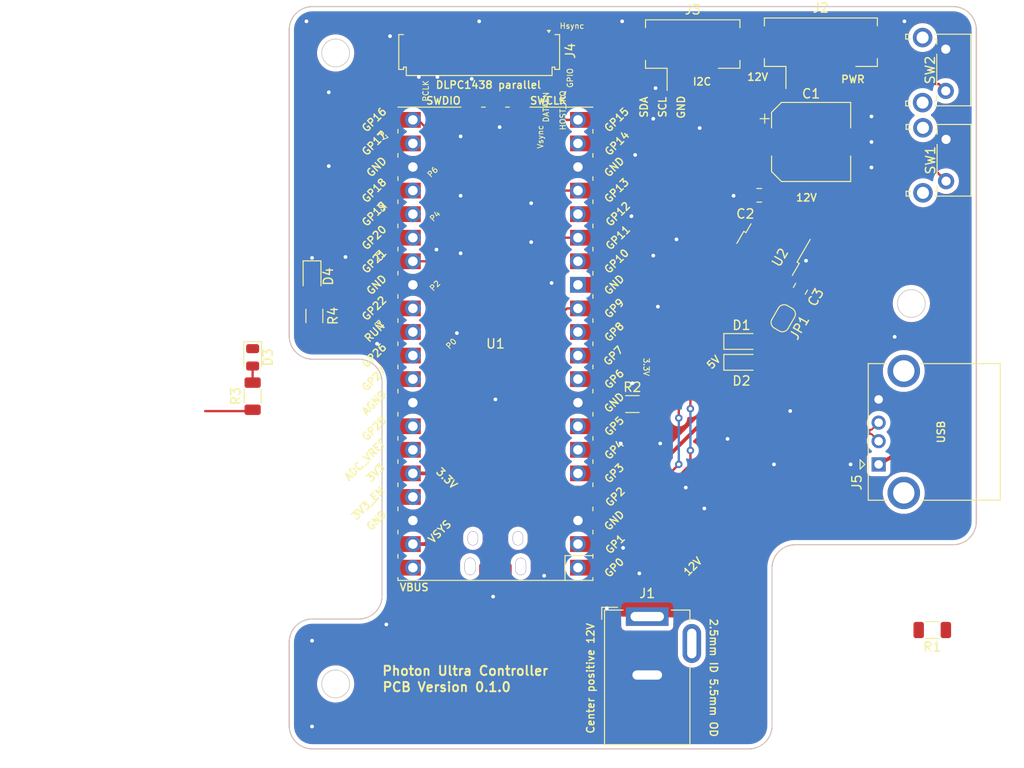
<source format=kicad_pcb>
(kicad_pcb (version 20211014) (generator pcbnew)
  (layers (0 "F.Cu" signal) (31 "B.Cu" signal) (34 "B.Paste" user) (35 "F.Paste" user) (36 "B.SilkS" user "B.Silkscreen") (37 "F.SilkS" user "F.Silkscreen") (38 "B.Mask" user) (39 "F.Mask" user) (44 "Edge.Cuts" user))
  (net 0 "")
  (net 1 "GND")
  (net 7 "/SCL")
  (net 8 "/SDA")
  (net 9 "/+12V")
  (net 10 "/+5V")
  (net 13 "/PCLK")
  (net 14 "/GPIO 9")
  (net 15 "unconnected-(R3-Pad1)")
  (net 26 "/P6")
  (net 27 "/P7")
  (net 28 "/P4")
  (net 29 "/P5")
  (net 30 "/P2")
  (net 31 "/P3")
  (net 32 "/P0")
  (net 33 "/P1")
  (net 34 "/Hsync")
  (net 35 "/Vsync")
  (net 37 "/DATAEN_CMD")
  (net 46 "/+5V VSYS")
  (net 47 "/+3.3V")
  (net 52 "Net-(D2-Pad2)")
  (net 53 "/D-")
  (net 54 "/D+")
  (net 56 "Net-(D3-Pad2)")
  (net 57 "Net-(D4-Pad2)")
  (net 58 "Net-(R4-Pad1)")
  (net 59 "Net-(SW1-Pad2)")
  (net 60 "Net-(SW2-Pad2)")
  (net 63 "unconnected-(U1-Pad31)")
  (net 64 "/HOST_IRQ")
  (footprint "Connector_USB:USB_A_CONNFLY_DS1095-WNR0" (layer "F.Cu") (at 179.0225 106.75 90)
    (fp_text reference "J5")
    (fp_text value "USB_A")
  )
  (footprint "Jumper:SolderJumper-2_P1.3mm_Bridged_RoundedPad1.0x1.5mm" (layer "F.Cu") (at 168.75 91 60)
    (fp_text reference "JP1")
    (fp_text value "SolderJumper_2_Bridged")
  )
  (footprint "Capacitor_SMD:C_0805_2012Metric_Pad1.18x1.45mm_HandSolder" (layer "F.Cu") (at 170.602413 87.825674 60)
    (fp_text reference "C3")
    (fp_text value "10uF")
  )
  (footprint "Resistor_SMD:R_1206_3216Metric" (layer "F.Cu") (at 152.5 100.25)
    (fp_text reference "R2")
    (fp_text value "4.7K")
  )
  (footprint "Diode_SMD:D_SOD-323_HandSoldering" (layer "F.Cu") (at 164.25 93.5)
    (fp_text reference "D1")
    (fp_text value "D_Schottky")
  )
  (footprint "Connector_FFC-FPC:Molex_502250-5191_2Rows-51Pins-1MP_P0.60mm_Horizontal" (layer "F.Cu") (at 136 62.25 -90)
    (fp_text reference "J4")
    (fp_text value "Conn_2Rows-51Pins")
  )
  (footprint "LED_SMD:LED_0805_2012Metric" (layer "F.Cu") (at 118 86.5 -90)
    (fp_text reference "D4")
    (fp_text value "LED - Red")
  )
  (footprint "Connector_BarrelJack:BarrelJack_GCT_DCJ200-10-A_Horizontal" (layer "F.Cu") (at 154.1 123.15)
    (fp_text reference "J1")
    (fp_text value "Barrel_Jack")
  )
  (footprint "Connector_JST:JST_PH_B4B-PH-SM4-TB_1x04-1MP_P2.00mm_Vertical" (layer "F.Cu") (at 172.8 63)
    (fp_text reference "J2")
    (fp_text value "Conn_01x04_Female")
  )
  (footprint "Capacitor_SMD:C_0805_2012Metric_Pad1.18x1.45mm_HandSolder" (layer "F.Cu") (at 166.1625 77.75 180)
    (fp_text reference "C2")
    (fp_text value "10uF")
  )
  (footprint "LED_SMD:LED_0805_2012Metric" (layer "F.Cu") (at 111.6 95.2125 -90)
    (fp_text reference "D3")
    (fp_text value "LED - Grn")
  )
  (footprint "Resistor_SMD:R_1206_3216Metric" (layer "F.Cu") (at 118.25 90.75 90)
    (fp_text reference "R4")
    (fp_text value "330")
  )
  (footprint "Resistor_SMD:R_1206_3216Metric" (layer "F.Cu") (at 184.8 124.6 180)
    (fp_text reference "R1")
    (fp_text value "4.7K")
  )
  (footprint "Button_Switch_THT:SW_Tactile_SPST_Angled_PTS645Vx83-2LFS" (layer "F.Cu") (at 186.2875 71.725 -90)
    (fp_text reference "SW1")
    (fp_text value "SW_Push")
  )
  (footprint "Diode_SMD:D_SOD-323_HandSoldering" (layer "F.Cu") (at 164.25 95.75)
    (fp_text reference "D2")
    (fp_text value "D_Schottky")
  )
  (footprint "Button_Switch_THT:SW_Tactile_SPST_Angled_PTS645Vx83-2LFS" (layer "F.Cu") (at 186.25 62 -90)
    (fp_text reference "SW2")
    (fp_text value "SW_Push")
  )
  (footprint "Capacitor_SMD:CP_Elec_8x10" (layer "F.Cu") (at 171.75 72)
    (fp_text reference "C1")
    (fp_text value "100uF")
  )
  (footprint "Resistor_SMD:R_1206_3216Metric" (layer "F.Cu") (at 111.6 99.4 90)
    (fp_text reference "R3")
    (fp_text value "330")
  )
  (footprint "Connector_JST:JST_PH_B3B-PH-SM4-TB_1x03-1MP_P2.00mm_Vertical" (layer "F.Cu") (at 159 63.2)
    (fp_text reference "J3")
    (fp_text value "Conn_01x03_Female")
  )
  (footprint "MCU_RaspberryPi_and_Boards:RPi_Pico_SMD_for-photon-ultra" (layer "F.Cu") (at 137.75 93.75 180)
    (fp_text reference "U1")
    (fp_text value "Pico")
  )
  (footprint "Package_TO_SOT_SMD:TO-252-3_TabPin2" (layer "F.Cu") (at 166.25 85.5 -120)
    (fp_text reference "U2")
    (fp_text value "LM1117IMPX-5.0")
  )
  (gr_arc (start 167.542751 134.911284) (mid 166.810521 136.679044) (end 165.042751 137.411284) (layer "F.Cu") (width 0.1))
  (gr_arc (start 123.042751 95.411284) (mid 124.810555 96.143499) (end 125.542751 97.911284) (layer "F.Cu") (width 0.1))
  (gr_line (start 170.042751 115.411284) (end 187.042751 115.411284) (layer "F.Cu") (width 0.1))
  (gr_arc (start 118.042751 95.411284) (mid 116.275021 94.679033) (end 115.542751 92.911284) (layer "F.Cu") (width 0.1))
  (gr_arc (start 167.542751 117.911284) (mid 168.274987 116.14351) (end 170.042751 115.411284) (layer "F.Cu") (width 0.1))
  (gr_line (start 125.542751 97.911284) (end 125.542751 120.911284) (layer "F.Cu") (width 0.1))
  (gr_arc (start 125.542751 120.911284) (mid 124.810521 122.679044) (end 123.042751 123.411284) (layer "F.Cu") (width 0.1))
  (gr_line (start 118.042751 137.411284) (end 165.042751 137.411284) (layer "F.Cu") (width 0.1))
  (gr_line (start 187.042751 57.411284) (end 118.042751 57.411284) (layer "F.Cu") (width 0.1))
  (gr_arc (start 187.042751 57.411284) (mid 188.810555 58.143499) (end 189.542751 59.911284) (layer "F.Cu") (width 0.1))
  (gr_line (start 118.042751 95.411284) (end 123.042751 95.411284) (layer "F.Cu") (width 0.1))
  (gr_arc (start 115.542751 125.911284) (mid 116.274987 124.14351) (end 118.042751 123.411284) (layer "F.Cu") (width 0.1))
  (gr_line (start 123.042751 123.411284) (end 118.042751 123.411284) (layer "F.Cu") (width 0.1))
  (gr_line (start 115.542751 59.911284) (end 115.542751 92.911284) (layer "F.Cu") (width 0.1))
  (gr_arc (start 189.542751 112.911284) (mid 188.810521 114.679044) (end 187.042751 115.411284) (layer "F.Cu") (width 0.1))
  (gr_line (start 189.542751 112.911284) (end 189.542751 59.911284) (layer "F.Cu") (width 0.1))
  (gr_arc (start 115.542751 59.911284) (mid 116.274987 58.14351) (end 118.042751 57.411284) (layer "F.Cu") (width 0.1))
  (gr_line (start 115.542751 125.911284) (end 115.542751 134.911284) (layer "F.Cu") (width 0.1))
  (gr_line (start 167.542751 134.911284) (end 167.542751 117.911284) (layer "F.Cu") (width 0.1))
  (gr_arc (start 118.042751 137.411284) (mid 116.275021 136.679033) (end 115.542751 134.911284) (layer "F.Cu") (width 0.1))
  (gr_line (start 118.042751 95.411284) (end 123.042751 95.411284) (layer "Edge.Cuts") (width 0.1))
  (gr_circle (center 182.542751 89.411284) (end 184.042751 89.411284) (layer "Edge.Cuts") (width 0.1) (fill none))
  (gr_line (start 187.042751 57.411284) (end 118.042751 57.411284) (layer "Edge.Cuts") (width 0.1))
  (gr_circle (center 120.542751 130.411284) (end 122.042751 130.411284) (layer "Edge.Cuts") (width 0.1) (fill none))
  (gr_arc (start 189.542751 112.911284) (mid 188.810521 114.679044) (end 187.042751 115.411284) (layer "Edge.Cuts") (width 0.1))
  (gr_circle (center 120.542751 62.411284) (end 122.042751 62.411284) (layer "Edge.Cuts") (width 0.1) (fill none))
  (gr_line (start 125.542751 97.911284) (end 125.542751 120.911284) (layer "Edge.Cuts") (width 0.1))
  (gr_arc (start 115.542751 125.911284) (mid 116.274987 124.14351) (end 118.042751 123.411284) (layer "Edge.Cuts") (width 0.1))
  (gr_line (start 123.042751 123.411284) (end 118.042751 123.411284) (layer "Edge.Cuts") (width 0.1))
  (gr_arc (start 123.042751 95.411284) (mid 124.810555 96.143499) (end 125.542751 97.911284) (layer "Edge.Cuts") (width 0.1))
  (gr_arc (start 125.542751 120.911284) (mid 124.810521 122.679044) (end 123.042751 123.411284) (layer "Edge.Cuts") (width 0.1))
  (gr_arc (start 118.042751 137.411284) (mid 116.275021 136.679033) (end 115.542751 134.911284) (layer "Edge.Cuts") (width 0.1))
  (gr_line (start 167.542751 134.911284) (end 167.542751 117.911284) (layer "Edge.Cuts") (width 0.1))
  (gr_line (start 189.542751 112.911284) (end 189.542751 59.911284) (layer "Edge.Cuts") (width 0.1))
  (gr_arc (start 167.542751 117.911284) (mid 168.274987 116.14351) (end 170.042751 115.411284) (layer "Edge.Cuts") (width 0.1))
  (gr_line (start 118.042751 137.411284) (end 165.042751 137.411284) (layer "Edge.Cuts") (width 0.1))
  (gr_arc (start 167.542751 134.911284) (mid 166.810521 136.679044) (end 165.042751 137.411284) (layer "Edge.Cuts") (width 0.1))
  (gr_arc (start 115.542751 59.911284) (mid 116.274987 58.14351) (end 118.042751 57.411284) (layer "Edge.Cuts") (width 0.1))
  (gr_line (start 115.542751 59.911284) (end 115.542751 92.911284) (layer "Edge.Cuts") (width 0.1))
  (gr_line (start 115.542751 125.911284) (end 115.542751 134.911284) (layer "Edge.Cuts") (width 0.1))
  (gr_arc (start 187.042751 57.411284) (mid 188.810555 58.143499) (end 189.542751 59.911284) (layer "Edge.Cuts") (width 0.1))
  (gr_line (start 170.042751 115.411284) (end 187.042751 115.411284) (layer "Edge.Cuts") (width 0.1))
  (gr_arc (start 118.042751 95.411284) (mid 116.275021 94.679033) (end 115.542751 92.911284) (layer "Edge.Cuts") (width 0.1))
  (gr_text "P0" (at 133 93.75 45) (layer "F.SilkS") (effects (font (size 0.6 0.6) (thickness 0.1))))
  (gr_text "SDA" (at 153.75 68.25 90) (layer "F.SilkS") (effects (font (size 0.8 0.8))))
  (gr_text "12V" (at 171.25 78) (layer "F.SilkS") (effects (font (size 0.8 0.8))))
  (gr_text "5V" (at 161.25 95.75 45) (layer "F.SilkS") (effects (font (size 0.8 0.8))))
  (gr_text "Center positive 12V \n" (at 148 129.5 90) (layer "F.SilkS") (effects (font (size 0.8 0.8))))
  (gr_text "3.3V" (at 132.5 108.25 315) (layer "F.SilkS") (effects (font (size 0.8 0.8))))
  (gr_text "GND\n" (at 157.75 68.25 90) (layer "F.SilkS") (effects (font (size 0.8 0.8))))
  (gr_text "P1" (at 125.25 91.75 315) (layer "F.SilkS") (effects (font (size 0.6 0.6) (thickness 0.1))))
  (gr_text "PWR" (at 176.25 65.25) (layer "F.SilkS") (effects (font (size 0.8 0.8))))
  (gr_text "Photon Ultra Controller" (at 134.5 129) (layer "F.SilkS") (effects (font (size 1 1) (thickness 0.2))))
  (gr_text "12V" (at 166 65) (layer "F.SilkS") (effects (font (size 0.8 0.8))))
  (gr_text "DATAEN\n" (at 143.208335 68.25 90) (layer "F.SilkS") (effects (font (size 0.6 0.6) (thickness 0.1))))
  (gr_text "P2\n" (at 131.25 87.5 45) (layer "F.SilkS") (effects (font (size 0.6 0.6) (thickness 0.1))))
  (gr_text "12V" (at 159 117.75 45) (layer "F.SilkS") (effects (font (size 0.8 0.8))))
  (gr_text "P3" (at 125.25 84.25 315) (layer "F.SilkS") (effects (font (size 0.6 0.6) (thickness 0.1))))
  (gr_text "3.3V\n" (at 154 96.25 -90) (layer "F.SilkS") (effects (font (size 0.6 0.6) (thickness 0.1))))
  (gr_text "Hsync\n" (at 146 59.5) (layer "F.SilkS") (effects (font (size 0.6 0.6) (thickness 0.1))))
  (gr_text "P6\n" (at 131 75.25 45) (layer "F.SilkS") (effects (font (size 0.6 0.6) (thickness 0.1))))
  (gr_text "I2C\n" (at 160 65.5) (layer "F.SilkS") (effects (font (size 0.8 0.8))))
  (gr_text "P7" (at 125.6 71.4 315) (layer "F.SilkS") (effects (font (size 0.6 0.6) (thickness 0.1))))
  (gr_text "2.5mm ID 5.5mm OD\n" (at 161.25 129.75 270) (layer "F.SilkS") (effects (font (size 0.8 0.8))))
  (gr_text "HOST_IRQ\n" (at 145.018648 68.597027 90) (layer "F.SilkS") (effects (font (size 0.6 0.6) (thickness 0.1))))
  (gr_text "P5" (at 125.5 79 315) (layer "F.SilkS") (effects (font (size 0.6 0.6) (thickness 0.1))))
  (gr_text "P4" (at 131.25 80 45) (layer "F.SilkS") (effects (font (size 0.6 0.6) (thickness 0.1))))
  (gr_text "Vsync\n" (at 142.59711 71.458668 90) (layer "F.SilkS") (effects (font (size 0.6 0.6) (thickness 0.1))))
  (gr_text "USB\n" (at 185.75 103.25 90) (layer "F.SilkS") (effects (font (size 0.8 0.8))))
  (gr_text "PCLK" (at 130.25 66.5 90) (layer "F.SilkS") (effects (font (size 0.6 0.6) (thickness 0.1))))
  (gr_text "SCL" (at 155.75 68.25 90) (layer "F.SilkS") (effects (font (size 0.8 0.8))))
  (gr_text "PCB Version 0.1.0\n" (at 132.5 130.75) (layer "F.SilkS") (effects (font (size 1 1) (thickness 0.2))))
  (gr_text "GPIO\n" (at 145.795925 65.107749 90) (layer "F.SilkS") (effects (font (size 0.6 0.6) (thickness 0.1))))
  (gr_text "DLPC1438 parallel\n\n" (at 137 66.5) (layer "F.SilkS") (effects (font (size 0.8 0.8))))
  (segment (start 135.873819 65.2) (end 135.2 65.2) (width 0.25) (layer "F.Cu") (net 1))
  (segment (start 136.6 64.473819) (end 135.873819 65.2) (width 0.25) (layer "F.Cu") (net 1))
  (segment (start 130 63.725) (end 130 64.5) (width 0.25) (layer "F.Cu") (net 1))
  (segment (start 136.6 63.725) (end 136.6 64.473819) (width 0.25) (layer "F.Cu") (net 1))
  (segment (start 131.2 64.7) (end 131.5 65) (width 0.25) (layer "F.Cu") (net 1))
  (segment (start 141.967671 63.692671) (end 142 63.725) (width 0.25) (layer "F.Cu") (net 1))
  (segment (start 133.9 60.85) (end 139.3 60.85) (width 0.25) (layer "F.Cu") (net 1))
  (segment (start 130 64.5) (end 129.5 65) (width 0.25) (layer "F.Cu") (net 1))
  (segment (start 133.870067 60.879933) (end 133.9 60.85) (width 0.25) (layer "F.Cu") (net 1))
  (segment (start 131.2 63.725) (end 131.2 64.7) (width 0.25) (layer "F.Cu") (net 1))
  (segment (start 136.621248 63.703752) (end 136.6 63.725) (width 0.25) (layer "F.Cu") (net 1))
  (segment (start 139.283321 60.866679) (end 139.3 60.85) (width 0.25) (layer "F.Cu") (net 1))
  (via (at 137.75 99.75) (size 0.8) (drill 0.4) (layers "F.Cu" "B.Cu") (net 1))
  (via (at 131.5 65) (size 0.8) (drill 0.4) (layers "F.Cu" "B.Cu") (net 1))
  (via (at 152.8 73.4) (size 0.8) (drill 0.4) (layers "F.Cu" "B.Cu") (net 1))
  (via (at 126.4 60.6) (size 0.8) (drill 0.4) (layers "F.Cu" "B.Cu") (net 1))
  (via (at 159.75 70.5) (size 0.8) (drill 0.4) (layers "F.Cu" "B.Cu") (net 1))
  (via (at 135.2 65.2) (size 0.8) (drill 0.4) (layers "F.Cu" "B.Cu") (net 1))
  (via (at 160.25 111.5) (size 0.8) (drill 0.4) (layers "F.Cu" "B.Cu") (net 1))
  (via (at 117.4 59) (size 0.8) (drill 0.4) (layers "F.Cu" "B.Cu") (net 1))
  (via (at 178.25 74.75) (size 0.8) (drill 0.4) (layers "F.Cu" "B.Cu") (net 1))
  (via (at 136 59) (size 0.8) (drill 0.4) (layers "F.Cu" "B.Cu") (net 1))
  (via (at 118 135) (size 0.8) (drill 0.4) (layers "F.Cu" "B.Cu") (net 1))
  (via (at 178.25 69.25) (size 0.8) (drill 0.4) (layers "F.Cu" "B.Cu") (net 1))
  (via (at 143.8 87.2) (size 0.8) (drill 0.4) (layers "F.Cu" "B.Cu") (net 1))
  (via (at 155 66.2) (size 0.8) (drill 0.4) (layers "F.Cu" "B.Cu") (net 1))
  (via (at 152.4 80) (size 0.8) (drill 0.4) (layers "F.Cu" "B.Cu") (net 1))
  (via (at 155.5 104.5) (size 0.8) (drill 0.4) (layers "F.Cu" "B.Cu") (net 1))
  (via (at 126 124) (size 0.8) (drill 0.4) (layers "F.Cu" "B.Cu") (net 1))
  (via (at 143 118.75) (size 0.8) (drill 0.4) (layers "F.Cu" "B.Cu") (net 1))
  (via (at 119.8 66.65) (size 0.8) (drill 0.4) (layers "F.Cu" "B.Cu") (net 1))
  (via (at 155.25 89.75) (size 0.8) (drill 0.4) (layers "F.Cu" "B.Cu") (net 1))
  (via (at 162.75 104) (size 0.8) (drill 0.4) (layers "F.Cu" "B.Cu") (net 1))
  (via (at 121.6 84.4) (size 0.8) (drill 0.4) (layers "F.Cu" "B.Cu") (net 1))
  (via (at 133.6 92.6) (size 0.8) (drill 0.4) (layers "F.Cu" "B.Cu") (net 1))
  (via (at 169.5 101) (size 0.8) (drill 0.4) (layers "F.Cu" "B.Cu") (net 1))
  (via (at 163.4 77.8) (size 0.8) (drill 0.4) (layers "F.Cu" "B.Cu") (net 1))
  (via (at 153.25 118.5) (size 0.8) (drill 0.4) (layers "F.Cu" "B.Cu") (net 1))
  (via (at 154.75 69.5) (size 0.8) (drill 0.4) (layers "F.Cu" "B.Cu") (net 1))
  (via (at 181.8 59) (size 0.8) (drill 0.4) (layers "F.Cu" "B.Cu") (net 1))
  (via (at 158.25 109.25) (size 0.8) (drill 0.4) (layers "F.Cu" "B.Cu") (net 1))
  (via (at 125 93.75) (size 0.8) (drill 0.4) (layers "F.Cu" "B.Cu") (net 1))
  (via (at 141.6 78.6) (size 0.8) (drill 0.4) (layers "F.Cu" "B.Cu") (net 1))
  (via (at 167.75 106.75) (size 0.8) (drill 0.4) (layers "F.Cu" "B.Cu") (net 1))
  (via (at 131.4 83.6) (size 0.8) (drill 0.4) (layers "F.Cu" "B.Cu") (net 1))
  (via (at 134 84) (size 0.8) (drill 0.4) (layers "F.Cu" "B.Cu") (net 1))
  (via (at 149.75 122.25) (size 0.8) (drill 0.4) (layers "F.Cu" "B.Cu") (net 1))
  (via (at 154.75 84.25) (size 0.8) (drill 0.4) (layers "F.Cu" "B.Cu") (net 1))
  (via (at 178.25 72) (size 0.8) (drill 0.4) (layers "F.Cu" "B.Cu") (net 1))
  (via (at 176 106.75) (size 0.8) (drill 0.4) (layers "F.Cu" "B.Cu") (net 1))
  (via (at 157.25 82.5) (size 0.8) (drill 0.4) (layers "F.Cu" "B.Cu") (net 1))
  (via (at 171.2 84.8) (size 0.8) (drill 0.4) (layers "F.Cu" "B.Cu") (net 1))
  (via (at 118 84.5) (size 0.8) (drill 0.4) (layers "F.Cu" "B.Cu") (net 1))
  (via (at 151.5 115.75) (size 0.8) (drill 0.4) (layers "F.Cu" "B.Cu") (net 1))
  (via (at 134 71.4) (size 0.8) (drill 0.4) (layers "F.Cu" "B.Cu") (net 1))
  (via (at 180.75 93) (size 0.8) (drill 0.4) (layers "F.Cu" "B.Cu") (net 1))
  (via (at 151.4 59) (size 0.8) (drill 0.4) (layers "F.Cu" "B.Cu") (net 1))
  (via (at 134 77.8) (size 0.8) (drill 0.4) (layers "F.Cu" "B.Cu") (net 1))
  (via (at 152.5 98) (size 0.8) (drill 0.4) (layers "F.Cu" "B.Cu") (net 1))
  (via (at 151.25 104.5) (size 0.8) (drill 0.4) (layers "F.Cu" "B.Cu") (net 1))
  (via (at 137.5 121) (size 0.8) (drill 0.4) (layers "F.Cu" "B.Cu") (net 1))
  (via (at 138.2 70.4) (size 0.8) (drill 0.4) (layers "F.Cu" "B.Cu") (net 1))
  (via (at 141.6 82.8) (size 0.8) (drill 0.4) (layers "F.Cu" "B.Cu") (net 1))
  (via (at 118 125.75) (size 0.8) (drill 0.4) (layers "F.Cu" "B.Cu") (net 1))
  (via (at 129.5 65) (size 0.8) (drill 0.4) (layers "F.Cu" "B.Cu") (net 1))
  (via (at 119.8 74.6) (size 0.8) (drill 0.4) (layers "F.Cu" "B.Cu") (net 1))
  (segment (start 151.0375 97.2125) (end 152.5 95.75) (width 0.25) (layer "F.Cu") (net 7))
  (segment (start 151.0375 100.25) (end 151.0375 97.2125) (width 0.25) (layer "F.Cu") (net 7))
  (segment (start 152.5 89.75) (end 155.75 86.5) (width 0.25) (layer "F.Cu") (net 7))
  (segment (start 148.8975 102.64) (end 151.2875 100.25) (width 0.25) (layer "F.Cu") (net 7))
  (segment (start 152.5 95.75) (end 152.5 89.75) (width 0.25) (layer "F.Cu") (net 7))
  (segment (start 146.64 102.64) (end 148.8975 102.64) (width 0.25) (layer "F.Cu") (net 7))
  (segment (start 151.0175 92.48) (end 151.0375 92.5) (width 0.25) (layer "F.Cu") (net 8))
  (segment (start 168.678141 87.318653) (end 165.2 87.318653) (width 0.4) (layer "F.Cu") (net 10))
  (segment (start 165.5 93.5) (end 166.487917 93.5) (width 0.4) (layer "F.Cu") (net 10))
  (segment (start 166.487917 93.5) (end 168.425 91.562917) (width 0.4) (layer "F.Cu") (net 10))
  (segment (start 165.95657 87.318653) (end 169.075 90.437083) (width 0.4) (layer "F.Cu") (net 10))
  (segment (start 168.35 81.862693) (end 165.2 87.318653) (width 0.6) (layer "F.Cu") (net 10))
  (segment (start 170.083663 88.724175) (end 168.678141 87.318653) (width 0.4) (layer "F.Cu") (net 10))
  (segment (start 165.2 87.318653) (end 165.95657 87.318653) (width 0.25) (layer "F.Cu") (net 10))
  (segment (start 169.075 90.437083) (end 169.075 90.525) (width 0.4) (layer "F.Cu") (net 10))
  (segment (start 132.2 80.025) (end 132.3734 80.025) (width 0.25) (layer "F.Cu") (net 13))
  (segment (start 130.9734 73.8234) (end 130.8 73.8234) (width 0.25) (layer "F.Cu") (net 13))
  (segment (start 131 66.4) (end 130.6 66) (width 0.25) (layer "F.Cu") (net 13))
  (segment (start 130.8 74.275) (end 130.9734 74.275) (width 0.25) (layer "F.Cu") (net 13))
  (segment (start 130.8 81.025) (end 130.6266 81.025) (width 0.25) (layer "F.Cu") (net 13))
  (segment (start 132.2 77.775) (end 132.0266 77.775) (width 0.25) (layer "F.Cu") (net 13))
  (segment (start 130.4532 81.1984) (end 130.4532 81.3016) (width 0.25) (layer "F.Cu") (net 13))
  (segment (start 132.3734 80.475) (end 132.2 80.475) (width 0.25) (layer "F.Cu") (net 13))
  (segment (start 132.2 80.475) (end 132.0266 80.475) (width 0.25) (layer "F.Cu") (net 13))
  (segment (start 130.6266 77.875) (end 130.8 77.875) (width 0.25) (layer "F.Cu") (net 13))
  (segment (start 131.2 66.4) (end 131 66.4) (width 0.25) (layer "F.Cu") (net 13))
  (segment (start 131.8 82.4) (end 132.2 82) (width 0.25) (layer "F.Cu") (net 13))
  (segment (start 130.8 78.325) (end 130.6266 78.325) (width 0.25) (layer "F.Cu") (net 13))
  (segment (start 130.9734 74.725) (end 130.8 74.725) (width 0.25) (layer "F.Cu") (net 13))
  (segment (start 132.2 73.379418) (end 132.2 67.4) (width 0.25) (layer "F.Cu") (net 13))
  (segment (start 131.1468 77.1484) (end 131.1468 77.2516) (width 0.25) (layer "F.Cu") (net 13))
  (segment (start 130.6266 76.975) (end 130.8 76.975) (width 0.25) (layer "F.Cu") (net 13))
  (segment (start 130.6266 75.175) (end 130.8 75.175) (width 0.25) (layer "F.Cu") (net 13))
  (segment (start 130.4532 73.9984) (end 130.4532 74.1016) (width 0.25) (layer "F.Cu") (net 13))
  (segment (start 132.3734 79.575) (end 132.2 79.575) (width 0.25) (layer "F.Cu") (net 13))
  (segment (start 132.2 67.4) (end 131.2 66.4) (width 0.25) (layer "F.Cu") (net 13))
  (segment (start 131.1468 78.9484) (end 131.1468 79.0516) (width 0.25) (layer "F.Cu") (net 13))
  (segment (start 131.1468 74.4484) (end 131.1468 74.5516) (width 0.25) (layer "F.Cu") (net 13))
  (segment (start 130.4532 78.4984) (end 130.4532 78.6016) (width 0.25) (layer "F.Cu") (net 13))
  (segment (start 132.5468 78.9516) (end 132.5468 78.8484) (width 0.25) (layer "F.Cu") (net 13))
  (segment (start 130.8 76.525) (end 130.6266 76.525) (width 0.25) (layer "F.Cu") (net 13))
  (segment (start 131.8532 81.2016) (end 131.8532 81.0984) (width 0.25) (layer "F.Cu") (net 13))
  (segment (start 131.1468 78.0484) (end 131.1468 78.1516) (width 0.25) (layer "F.Cu") (net 13))
  (segment (start 131.1468 73.5468) (end 131.1468 73.65) (width 0.25) (layer "F.Cu") (net 13))
  (segment (start 130.9734 80.125) (end 130.8 80.125) (width 0.25) (layer "F.Cu") (net 13))
  (segment (start 130.8 78.775) (end 130.9734 78.775) (width 0.25) (layer "F.Cu") (net 13))
  (segment (start 130.4532 80.2984) (end 130.4532 80.4016) (width 0.25) (layer "F.Cu") (net 13))
  (segment (start 131.8532 79.4016) (end 131.8532 79.2984) (width 0.25) (layer "F.Cu") (net 13))
  (segment (start 130.8 73.8234) (end 130.8 73.825) (width 0.25) (layer "F.Cu") (net 13))
  (segment (start 132.2 81.3766) (end 132.2 81.375) (width 0.25) (layer "F.Cu") (net 13))
  (segment (start 130.4532 79.3984) (end 130.4532 79.5016) (width 0.25) (layer "F.Cu") (net 13))
  (segment (start 132.3734 78.675) (end 132.2 78.675) (width 0.25) (layer "F.Cu") (net 13))
  (segment (start 129.42 69.62) (end 130.8 71) (width 0.25) (layer "F.Cu") (net 13))
  (segment (start 132.2 77.1516) (end 132.2 73.379418) (width 0.25) (layer "F.Cu") (net 13))
  (segment (start 130.4532 75.7984) (end 130.4532 75.9016) (width 0.25) (layer "F.Cu") (net 13))
  (segment (start 132.2 81.375) (end 132.0266 81.375) (width 0.25) (layer "F.Cu") (net 13))
  (segment (start 130.9734 81.025) (end 130.8 81.025) (width 0.25) (layer "F.Cu") (net 13))
  (segment (start 130.8 80.125) (end 130.6266 80.125) (width 0.25) (layer "F.Cu") (net 13))
  (segment (start 132.2 79.125) (end 132.3734 79.125) (width 0.25) (layer "F.Cu") (net 13))
  (segment (start 130.8 77.425) (end 130.6266 77.425) (width 0.25) (layer "F.Cu") (net 13))
  (segment (start 132.0266 80.925) (end 132.2 80.925) (width 0.25) (layer "F.Cu") (net 13))
  (segment (start 132.2 78.675) (end 132.0266 78.675) (width 0.25) (layer "F.Cu") (net 13))
  (segment (start 131.2 82.4) (end 131.8 82.4) (width 0.25) (layer "F.Cu") (net 13))
  (segment (start 130.6266 79.675) (end 130.8 79.675) (width 0.25) (layer "F.Cu") (net 13))
  (segment (start 131.1468 80.7484) (end 131.1468 80.8516) (width 0.25) (layer "F.Cu") (net 13))
  (segment (start 130.8 71) (end 130.8 73.2) (width 0.25) (layer "F.Cu") (net 13))
  (segment (start 130.9734 77.425) (end 130.8 77.425) (width 0.25) (layer "F.Cu") (net 13))
  (segment (start 132.2 80.925) (end 132.3734 80.925) (width 0.25) (layer "F.Cu") (net 13))
  (segment (start 130.8 80.575) (end 130.9734 80.575) (width 0.25) (layer "F.Cu") (net 13))
  (segment (start 131.1468 75.3484) (end 131.1468 75.4516) (width 0.25) (layer "F.Cu") (net 13))
  (segment (start 132.2 78.225) (end 132.3734 78.225) (width 0.25) (layer "F.Cu") (net 13))
  (segment (start 131.8532 80.3016) (end 131.8532 80.1984) (width 0.25) (layer "F.Cu") (net 13))
  (segment (start 130.8 75.175) (end 130.9734 75.175) (width 0.25) (layer "F.Cu") (net 13))
  (segment (start 131.8532 78.5016) (end 131.8532 78.3984) (width 0.25) (layer "F.Cu") (net 13))
  (segment (start 131.8532 77.6016) (end 131.8532 77.4984) (width 0.25) (layer "F.Cu") (net 13))
  (segment (start 130.9734 79.225) (end 130.8 79.225) (width 0.25) (layer "F.Cu") (net 13))
  (segment (start 131.1468 76.2484) (end 131.1468 76.3516) (width 0.25) (layer "F.Cu") (net 13))
  (segment (start 130.8 75.625) (end 130.6266 75.625) (width 0.25) (layer "F.Cu") (net 13))
  (segment (start 132.3734 77.775) (end 132.2 77.775) (width 0.25) (layer "F.Cu") (net 13))
  (segment (start 130.9734 75.625) (end 130.8 75.625) (width 0.25) (layer "F.Cu") (net 13))
  (segment (start 130.8 74.725) (end 130.6266 74.725) (width 0.25) (layer "F.Cu") (net 13))
  (segment (start 130.4532 77.5984) (end 130.4532 77.7016) (width 0.25) (layer "F.Cu") (net 13))
  (segment (start 130.8 81.6484) (end 130.8 82) (width 0.25) (layer "F.Cu") (net 13))
  (segment (start 130.8 79.675) (end 130.9734 79.675) (width 0.25) (layer "F.Cu") (net 13))
  (segment (start 132.2 79.575) (end 132.0266 79.575) (width 0.25) (layer "F.Cu") (net 13))
  (segment (start 132.5468 79.8516) (end 132.5468 79.7484) (width 0.25) (layer "F.Cu") (net 13))
  (segment (start 132.5468 80.7516) (end 132.5468 80.6484) (width 0.25) (layer "F.Cu") (net 13))
  (segment (start 132.0266 78.225) (end 132.2 78.225) (width 0.25) (layer "F.Cu") (net 13))
  (segment (start 130.8 73.825) (end 130.6266 73.825) (width 0.25) (layer "F.Cu") (net 13))
  (segment (start 130.4532 76.6984) (end 130.4532 76.8016) (width 0.25) (layer "F.Cu") (net 13))
  (segment (start 132.0266 80.025) (end 132.2 80.025) (width 0.25) (layer "F.Cu") (net 13))
  (segment (start 130.8 77.875) (end 130.9734 77.875) (width 0.25) (layer "F.Cu") (net 13))
  (segment (start 131.1468 79.8484) (end 131.1468 79.9516) (width 0.25) (layer "F.Cu") (net 13))
  (segment (start 130.8 76.075) (end 130.9734 76.075) (width 0.25) (layer "F.Cu") (net 13))
  (segment (start 130.6266 74.275) (end 130.8 74.275) (width 0.25) (layer "F.Cu") (net 13))
  (segment (start 132.0266 79.125) (end 132.2 79.125) (width 0.25) (layer "F.Cu") (net 13))
  (segment (start 128.86 69.62) (end 129.42 69.62) (width 0.25) (layer "F.Cu") (net 13))
  (segment (start 130.6266 76.075) (end 130.8 76.075) (width 0.25) (layer "F.Cu") (net 13))
  (segment (start 132.5468 78.0516) (end 132.5468 77.9484) (width 0.25) (layer "F.Cu") (net 13))
  (segment (start 130.8 79.225) (end 130.6266 79.225) (width 0.25) (layer "F.Cu") (net 13))
  (segment (start 130.8 76.975) (end 130.9734 76.975) (width 0.25) (layer "F.Cu") (net 13))
  (segment (start 132.3734 81.3766) (end 132.2 81.3766) (width 0.25) (layer "F.Cu") (net 13))
  (segment (start 130.9734 76.525) (end 130.8 76.525) (width 0.25) (layer "F.Cu") (net 13))
  (segment (start 130.6 66) (end 130.6 63.725) (width 0.25) (layer "F.Cu") (net 13))
  (segment (start 130.6266 80.575) (end 130.8 80.575) (width 0.25) (layer "F.Cu") (net 13))
  (segment (start 132.5468 81.6532) (end 132.5468 81.55) (width 0.25) (layer "F.Cu") (net 13))
  (segment (start 130.4532 74.8984) (end 130.4532 75.0016) (width 0.25) (layer "F.Cu") (net 13))
  (segment (start 130.9734 78.325) (end 130.8 78.325) (width 0.25) (layer "F.Cu") (net 13))
  (segment (start 130.6266 78.775) (end 130.8 78.775) (width 0.25) (layer "F.Cu") (net 13))
  (segment (start 130.8 82) (end 131.2 82.4) (width 0.25) (layer "F.Cu") (net 13))
  (arc (start 130.6266 75.625) (mid 130.503988 75.675788) (end 130.4532 75.7984) (width 0.25) (layer "F.Cu") (net 13))
  (arc (start 130.4532 77.7016) (mid 130.503988 77.824212) (end 130.6266 77.875) (width 0.25) (layer "F.Cu") (net 13))
  (arc (start 131.8532 80.1984) (mid 131.903988 80.075788) (end 132.0266 80.025) (width 0.25) (layer "F.Cu") (net 13))
  (arc (start 130.6266 80.125) (mid 130.503988 80.175788) (end 130.4532 80.2984) (width 0.25) (layer "F.Cu") (net 13))
  (arc (start 130.4532 79.5016) (mid 130.503988 79.624212) (end 130.6266 79.675) (width 0.25) (layer "F.Cu") (net 13))
  (arc (start 131.1468 80.8516) (mid 131.096012 80.974212) (end 130.9734 81.025) (width 0.25) (layer "F.Cu") (net 13))
  (arc (start 132.5468 78.8484) (mid 132.496012 78.725788) (end 132.3734 78.675) (width 0.25) (layer "F.Cu") (net 13))
  (arc (start 130.4532 75.0016) (mid 130.503988 75.124212) (end 130.6266 75.175) (width 0.25) (layer "F.Cu") (net 13))
  (arc (start 130.9734 78.775) (mid 131.096012 78.825788) (end 131.1468 78.9484) (width 0.25) (layer "F.Cu") (net 13))
  (arc (start 130.9734 80.575) (mid 131.096012 80.625788) (end 131.1468 80.7484) (width 0.25) (layer "F.Cu") (net 13))
  (arc (start 132.3734 81.8266) (mid 132.496012 81.775812) (end 132.5468 81.6532) (width 0.25) (layer "F.Cu") (net 13))
  (arc (start 130.4532 74.1016) (mid 130.503988 74.224212) (end 130.6266 74.275) (width 0.25) (layer "F.Cu") (net 13))
  (arc (start 132.0266 77.775) (mid 131.903988 77.724212) (end 131.8532 77.6016) (width 0.25) (layer "F.Cu") (net 13))
  (arc (start 132.5468 77.9484) (mid 132.496012 77.825788) (end 132.3734 77.775) (width 0.25) (layer "F.Cu") (net 13))
  (arc (start 130.6266 74.725) (mid 130.503988 74.775788) (end 130.4532 74.8984) (width 0.25) (layer "F.Cu") (net 13))
  (arc (start 132.5468 80.6484) (mid 132.496012 80.525788) (end 132.3734 80.475) (width 0.25) (layer "F.Cu") (net 13))
  (arc (start 130.9734 77.875) (mid 131.096012 77.925788) (end 131.1468 78.0484) (width 0.25) (layer "F.Cu") (net 13))
  (arc (start 131.1468 76.3516) (mid 131.096012 76.474212) (end 130.9734 76.525) (width 0.25) (layer "F.Cu") (net 13))
  (arc (start 130.6266 73.825) (mid 130.503988 73.875788) (end 130.4532 73.9984) (width 0.25) (layer "F.Cu") (net 13))
  (arc (start 130.9734 79.675) (mid 131.096012 79.725788) (end 131.1468 79.8484) (width 0.25) (layer "F.Cu") (net 13))
  (arc (start 130.9734 75.175) (mid 131.096012 75.225788) (end 131.1468 75.3484) (width 0.25) (layer "F.Cu") (net 13))
  (arc (start 131.1468 77.2516) (mid 131.096012 77.374212) (end 130.9734 77.425) (width 0.25) (layer "F.Cu") (net 13))
  (arc (start 130.6266 81.475) (mid 130.749212 81.525788) (end 130.8 81.6484) (width 0.25) (layer "F.Cu") (net 13))
  (arc (start 132.0266 77.325) (mid 132.149212 77.274212) (end 132.2 77.1516) (width 0.25) (layer "F.Cu") (net 13))
  (arc (start 130.6266 76.525) (mid 130.503988 76.575788) (end 130.4532 76.6984) (width 0.25) (layer "F.Cu") (net 13))
  (arc (start 131.1468 79.9516) (mid 131.096012 80.074212) (end 130.9734 80.125) (width 0.25) (layer "F.Cu") (net 13))
  (arc (start 132.3734 80.025) (mid 132.496012 79.974212) (end 132.5468 79.8516) (width 0.25) (layer "F.Cu") (net 13))
  (arc (start 130.9734 76.975) (mid 131.096012 77.025788) (end 131.1468 77.1484) (width 0.25) (layer "F.Cu") (net 13))
  (arc (start 132.0266 78.675) (mid 131.903988 78.624212) (end 131.8532 78.5016) (width 0.25) (layer "F.Cu") (net 13))
  (arc (start 132.0266 81.375) (mid 131.903988 81.324212) (end 131.8532 81.2016) (width 0.25) (layer "F.Cu") (net 13))
  (arc (start 131.1468 73.65) (mid 131.096012 73.772612) (end 130.9734 73.8234) (width 0.25) (layer "F.Cu") (net 13))
  (arc (start 131.8532 81.0984) (mid 131.903988 80.975788) (end 132.0266 80.925) (width 0.25) (layer "F.Cu") (net 13))
  (arc (start 132.3734 79.125) (mid 132.496012 79.074212) (end 132.5468 78.9516) (width 0.25) (layer "F.Cu") (net 13))
  (arc (start 130.6266 81.025) (mid 130.503988 81.075788) (end 130.4532 81.1984) (width 0.25) (layer "F.Cu") (net 13))
  (arc (start 132.5468 79.7484) (mid 132.496012 79.625788) (end 132.3734 79.575) (width 0.25) (layer "F.Cu") (net 13))
  (arc (start 130.4532 80.4016) (mid 130.503988 80.524212) (end 130.6266 80.575) (width 0.25) (layer "F.Cu") (net 13))
  (arc (start 131.1468 79.0516) (mid 131.096012 79.174212) (end 130.9734 79.225) (width 0.25) (layer "F.Cu") (net 13))
  (arc (start 130.9734 76.075) (mid 131.096012 76.125788) (end 131.1468 76.2484) (width 0.25) (layer "F.Cu") (net 13))
  (arc (start 132.2 82) (mid 132.250788 81.877388) (end 132.3734 81.8266) (width 0.25) (layer "F.Cu") (net 13))
  (arc (start 131.8532 79.2984) (mid 131.903988 79.175788) (end 132.0266 79.125) (width 0.25) (layer "F.Cu") (net 13))
  (arc (start 130.6266 79.225) (mid 130.503988 79.275788) (end 130.4532 79.3984) (width 0.25) (layer "F.Cu") (net 13))
  (arc (start 130.9734 73.3734) (mid 131.096012 73.424188) (end 131.1468 73.5468) (width 0.25) (layer "F.Cu") (net 13))
  (arc (start 130.9734 74.275) (mid 131.096012 74.325788) (end 131.1468 74.4484) (width 0.25) (layer "F.Cu") (net 13))
  (arc (start 131.1468 78.1516) (mid 131.096012 78.274212) (end 130.9734 78.325) (width 0.25) (layer "F.Cu") (net 13))
  (arc (start 132.3734 80.925) (mid 132.496012 80.874212) (end 132.5468 80.7516) (width 0.25) (layer "F.Cu") (net 13))
  (arc (start 131.8532 78.3984) (mid 131.903988 78.275788) (end 132.0266 78.225) (width 0.25) (layer "F.Cu") (net 13))
  (arc (start 131.1468 75.4516) (mid 131.096012 75.574212) (end 130.9734 75.625) (width 0.25) (layer "F.Cu") (net 13))
  (arc (start 132.0266 79.575) (mid 131.903988 79.524212) (end 131.8532 79.4016) (width 0.25) (layer "F.Cu") (net 13))
  (arc (start 132.3734 78.225) (mid 132.496012 78.174212) (end 132.5468 78.0516) (width 0.25) (layer "F.Cu") (net 13))
  (arc (start 130.8 73.2) (mid 130.850788 73.322612) (end 130.9734 73.3734) (width 0.25) (layer "F.Cu") (net 13))
  (arc (start 132.5468 81.55) (mid 132.496012 81.427388) (end 132.3734 81.3766) (width 0.25) (layer "F.Cu") (net 13))
  (arc (start 130.6266 77.425) (mid 130.503988 77.475788) (end 130.4532 77.5984) (width 0.25) (layer "F.Cu") (net 13))
  (arc (start 131.1468 74.5516) (mid 131.096012 74.674212) (end 130.9734 74.725) (width 0.25) (layer "F.Cu") (net 13))
  (arc (start 132.0266 80.475) (mid 131.903988 80.424212) (end 131.8532 80.3016) (width 0.25) (layer "F.Cu") (net 13))
  (arc (start 130.4532 81.3016) (mid 130.503988 81.424212) (end 130.6266 81.475) (width 0.25) (layer "F.Cu") (net 13))
  (arc (start 130.4532 78.6016) (mid 130.503988 78.724212) (end 130.6266 78.775) (width 0.25) (layer "F.Cu") (net 13))
  (arc (start 130.4532 76.8016) (mid 130.503988 76.924212) (end 130.6266 76.975) (width 0.25) (layer "F.Cu") (net 13))
  (arc (start 131.8532 77.4984) (mid 131.903988 77.375788) (end 132.0266 77.325) (width 0.25) (layer "F.Cu") (net 13))
  (arc (start 130.6266 78.325) (mid 130.503988 78.375788) (end 130.4532 78.4984) (width 0.25) (layer "F.Cu") (net 13))
  (arc (start 130.4532 75.9016) (mid 130.503988 76.024212) (end 130.6266 76.075) (width 0.25) (layer "F.Cu") (net 13))
  (segment (start 132.1 60.85) (end 132.1 59.9) (width 0.25) (layer "F.Cu") (net 14))
  (segment (start 117.2 61) (end 117.2 78.8) (width 0.25) (layer "F.Cu") (net 14))
  (segment (start 120.72 82.32) (end 128.86 82.32) (width 0.25) (layer "F.Cu") (net 14))
  (segment (start 119.2 59) (end 117.2 61) (width 0.25) (layer "F.Cu") (net 14))
  (segment (start 132.1 59.9) (end 131.2 59) (width 0.25) (layer "F.Cu") (net 14))
  (segment (start 131.2 59) (end 119.2 59) (width 0.25) (layer "F.Cu") (net 14))
  (segment (start 117.2 78.8) (end 120.72 82.32) (width 0.25) (layer "F.Cu") (net 14))
  (segment (start 106.49 101.01) (end 111.4525 101.01) (width 0.25) (layer "F.Cu") (net 15))
  (segment (start 111.4525 101.01) (end 111.6 100.8625) (width 0.25) (layer "F.Cu") (net 15))
  (segment (start 144 91.4) (end 145.46 89.94) (width 0.25) (layer "F.Cu") (net 26))
  (segment (start 137.4 64.8) (end 135 67.2) (width 0.25) (layer "F.Cu") (net 26))
  (segment (start 143.4 94.2) (end 143.45 94.2) (width 0.25) (layer "F.Cu") (net 26))
  (segment (start 136.2 94.2) (end 142.2 94.2) (width 0.25) (layer "F.Cu") (net 26))
  (segment (start 135 67.2) (end 135 93) (width 0.25) (layer "F.Cu") (net 26))
  (segment (start 139.6 64.4) (end 139.2 64.8) (width 0.25) (layer "F.Cu") (net 26))
  (segment (start 135 93) (end 136.2 94.2) (width 0.25) (layer "F.Cu") (net 26))
  (segment (start 144 94) (end 144 91.4) (width 0.25) (layer "F.Cu") (net 26))
  (segment (start 142.5 94.5) (end 142.5 94.9) (width 0.25) (layer "F.Cu") (net 26))
  (segment (start 139.2 64.8) (end 137.4 64.8) (width 0.25) (layer "F.Cu") (net 26))
  (segment (start 143.1 94.9) (end 143.1 94.5) (width 0.25) (layer "F.Cu") (net 26))
  (segment (start 145.46 89.94) (end 146.64 89.94) (width 0.25) (layer "F.Cu") (net 26))
  (segment (start 143.45 94.2) (end 143.8 94.2) (width 0.25) (layer "F.Cu") (net 26))
  (segment (start 143.8 94.2) (end 144 94) (width 0.25) (layer "F.Cu") (net 26))
  (segment (start 139.6 63.725) (end 139.6 64.4) (width 0.25) (layer "F.Cu") (net 26))
  (arc (start 142.2 94.2) (mid 142.412132 94.287868) (end 142.5 94.5) (width 0.25) (layer "F.Cu") (net 26))
  (arc (start 142.5 94.9) (mid 142.587868 95.112132) (end 142.8 95.2) (width 0.25) (layer "F.Cu") (net 26))
  (arc (start 142.8 95.2) (mid 143.012132 95.112132) (end 143.1 94.9) (width 0.25) (layer "F.Cu") (net 26))
  (arc (start 143.1 94.5) (mid 143.187868 94.287868) (end 143.4 94.2) (width 0.25) (layer "F.Cu") (net 26))
  (segment (start 141 58.2) (end 147.4 58.2) (width 0.25) (layer "F.Cu") (net 27))
  (segment (start 151.6 63.6) (end 151.6 63.65) (width 0.25) (layer "F.Cu") (net 27))
  (segment (start 150.95 63.3) (end 151.3 63.3) (width 0.25) (layer "F.Cu") (net 27))
  (segment (start 151.6 63.65) (end 151.6 90.2) (width 0.25) (layer "F.Cu") (net 27))
  (segment (start 139.9 60.85) (end 139.9 59.3) (width 0.25) (layer "F.Cu") (net 27))
  (segment (start 151.6 90.2) (end 149.32 92.48) (width 0.25) (layer "F.Cu") (net 27))
  (segment (start 151.3 62.7) (end 150.95 62.7) (width 0.25) (layer "F.Cu") (net 27))
  (segment (start 149.32 92.48) (end 146.64 92.48) (width 0.25) (layer "F.Cu") (net 27))
  (segment (start 147.4 58.2) (end 151.6 62.4) (width 0.25) (layer "F.Cu") (net 27))
  (segment (start 139.9 59.3) (end 141 58.2) (width 0.25) (layer "F.Cu") (net 27))
  (arc (start 151.3 63.3) (mid 151.512132 63.387868) (end 151.6 63.6) (width 0.25) (layer "F.Cu") (net 27))
  (arc (start 150.95 62.7) (mid 150.737868 62.787868) (end 150.65 63) (width 0.25) (layer "F.Cu") (net 27))
  (arc (start 150.65 63) (mid 150.737868 63.212132) (end 150.95 63.3) (width 0.25) (layer "F.Cu") (net 27))
  (arc (start 151.6 62.4) (mid 151.512132 62.612132) (end 151.3 62.7) (width 0.25) (layer "F.Cu") (net 27))
  (segment (start 139.72415 83.613115) (end 139.72415 83.613114) (width 0.25) (layer "F.Cu") (net 28))
  (segment (start 138.168628 67.041421) (end 138.45147 67.324263) (width 0.25) (layer "F.Cu") (net 28))
  (segment (start 144.8 82.8) (end 145.28 82.32) (width 0.25) (layer "F.Cu") (net 28))
  (segment (start 138.875735 66.9) (end 138.592892 66.617157) (width 0.25) (layer "F.Cu") (net 28))
  (segment (start 137.96458 83.675615) (end 138.875617 82.764583) (width 0.25) (layer "F.Cu") (net 28))
  (segment (start 138.45147 67.748527) (end 138.451471 67.748528) (width 0.25) (layer "F.Cu") (net 28))
  (segment (start 145.28 82.32) (end 146.64 82.32) (width 0.25) (layer "F.Cu") (net 28))
  (segment (start 138.813113 84.524148) (end 139.72415 83.613115) (width 0.25) (layer "F.Cu") (net 28))
  (segment (start 144.619121 83.891915) (end 143.95147 83.224263) (width 0.25) (layer "F.Cu") (net 28))
  (segment (start 136.6 69.6) (end 136.6 81.4) (width 0.25) (layer "F.Cu") (net 28))
  (segment (start 140.95 84.9) (end 140.95 84.555801) (width 0.25) (layer "F.Cu") (net 28))
  (segment (start 143.770593 84.740443) (end 143.315074 84.284924) (width 0.25) (layer "F.Cu") (net 28))
  (segment (start 139.90503 84.70503) (end 140.4 85.2) (width 0.25) (layer "F.Cu") (net 28))
  (segment (start 138.38885 84.099884) (end 138.388848 84.099883) (width 0.25) (layer "F.Cu") (net 28))
  (segment (start 144.375735 82.8) (end 144.375734 82.8) (width 0.25) (layer "F.Cu") (net 28))
  (segment (start 137.540317 83.251351) (end 137.540315 83.25135) (width 0.25) (layer "F.Cu") (net 28))
  (segment (start 143.315074 84.284924) (end 142.859557 83.829407) (width 0.25) (layer "F.Cu") (net 28))
  (segment (start 139.299882 83.188847) (end 138.38885 84.099884) (width 0.25) (layer "F.Cu") (net 28))
  (segment (start 140.2 63.725) (end 140.2 66) (width 0.25) (layer "F.Cu") (net 28))
  (segment (start 138.875734 66.9) (end 138.875735 66.9) (width 0.25) (layer "F.Cu") (net 28))
  (segment (start 141.85 85.2) (end 142.4 85.2) (width 0.25) (layer "F.Cu") (net 28))
  (segment (start 142.4 85.2) (end 142.67868 84.921322) (width 0.25) (layer "F.Cu") (net 28))
  (segment (start 137.116047 82.827082) (end 138.027084 81.91605) (width 0.25) (layer "F.Cu") (net 28))
  (segment (start 136.6 81.4) (end 136.935168 81.735167) (width 0.25) (layer "F.Cu") (net 28))
  (segment (start 138.027084 81.91605) (end 138.027084 81.916049) (width 0.25) (layer "F.Cu") (net 28))
  (segment (start 139.90503 84.280765) (end 139.905029 84.280765) (width 0.25) (layer "F.Cu") (net 28))
  (segment (start 136.691784 82.402818) (end 136.691782 82.402817) (width 0.25) (layer "F.Cu") (net 28))
  (segment (start 136.935168 82.159431) (end 136.691784 82.402818) (width 0.25) (layer "F.Cu") (net 28))
  (segment (start 144.132349 82.556614) (end 144.375735 82.8) (width 0.25) (layer "F.Cu") (net 28))
  (segment (start 143.95147 83.224263) (end 143.708085 82.980878) (width 0.25) (layer "F.Cu") (net 28))
  (segment (start 141.55 84.555801) (end 141.55 84.9) (width 0.25) (layer "F.Cu") (net 28))
  (segment (start 140.4 85.2) (end 140.65 85.2) (width 0.25) (layer "F.Cu") (net 28))
  (segment (start 143.283821 83.405143) (end 143.73934 83.860662) (width 0.25) (layer "F.Cu") (net 28))
  (segment (start 140.2 66) (end 139.3 66.9) (width 0.25) (layer "F.Cu") (net 28))
  (segment (start 138.875617 82.764583) (end 138.875617 82.764582) (width 0.25) (layer "F.Cu") (net 28))
  (segment (start 140.148415 84.037379) (end 139.90503 84.280765) (width 0.25) (layer "F.Cu") (net 28))
  (segment (start 138.451471 67.748528) (end 136.6 69.6) (width 0.25) (layer "F.Cu") (net 28))
  (segment (start 138.451349 82.340314) (end 137.540317 83.251351) (width 0.25) (layer "F.Cu") (net 28))
  (segment (start 143.102944 84.921322) (end 143.346329 85.164707) (width 0.25) (layer "F.Cu") (net 28))
  (segment (start 143.73934 83.860662) (end 144.194857 84.316179) (width 0.25) (layer "F.Cu") (net 28))
  (arc (start 136.691782 82.402817) (mid 136.603915 82.614951) (end 136.691783 82.827082) (width 0.25) (layer "F.Cu") (net 28))
  (arc (start 143.708085 82.980878) (mid 143.620217 82.768746) (end 143.708085 82.556614) (width 0.25) (layer "F.Cu") (net 28))
  (arc (start 144.375734 82.8) (mid 144.587867 82.887868) (end 144.8 82.8) (width 0.25) (layer "F.Cu") (net 28))
  (arc (start 139.905029 84.280765) (mid 139.817161 84.492898) (end 139.90503 84.70503) (width 0.25) (layer "F.Cu") (net 28))
  (arc (start 140.148415 83.613115) (mid 140.236283 83.825247) (end 140.148415 84.037379) (width 0.25) (layer "F.Cu") (net 28))
  (arc (start 141.25 84.255801) (mid 141.462132 84.343669) (end 141.55 84.555801) (width 0.25) (layer "F.Cu") (net 28))
  (arc (start 142.67868 84.921322) (mid 142.890812 84.833454) (end 143.102944 84.921322) (width 0.25) (layer "F.Cu") (net 28))
  (arc (start 143.346329 85.164707) (mid 143.558461 85.252575) (end 143.770593 85.164707) (width 0.25) (layer "F.Cu") (net 28))
  (arc (start 138.168628 66.617157) (mid 138.08076 66.829289) (end 138.168628 67.041421) (width 0.25) (layer "F.Cu") (net 28))
  (arc (start 142.859557 83.829407) (mid 142.771689 83.617275) (end 142.859557 83.405143) (width 0.25) (layer "F.Cu") (net 28))
  (arc (start 141.55 84.9) (mid 141.637868 85.112132) (end 141.85 85.2) (width 0.25) (layer "F.Cu") (net 28))
  (arc (start 139.3 66.9) (mid 139.087867 66.987868) (end 138.875734 66.9) (width 0.25) (layer "F.Cu") (net 28))
  (arc (start 142.859557 83.405143) (mid 143.071689 83.317275) (end 143.283821 83.405143) (width 0.25) (layer "F.Cu") (net 28))
  (arc (start 138.388848 84.099883) (mid 138.300981 84.312017) (end 138.388849 84.524148) (width 0.25) (layer "F.Cu") (net 28))
  (arc (start 137.540315 83.25135) (mid 137.452448 83.463484) (end 137.540316 83.675615) (width 0.25) (layer "F.Cu") (net 28))
  (arc (start 139.72415 83.613114) (mid 139.936283 83.525246) (end 140.148415 83.613115) (width 0.25) (layer "F.Cu") (net 28))
  (arc (start 139.299882 82.764583) (mid 139.38775 82.976715) (end 139.299882 83.188847) (width 0.25) (layer "F.Cu") (net 28))
  (arc (start 138.45147 67.324263) (mid 138.539338 67.536395) (end 138.45147 67.748527) (width 0.25) (layer "F.Cu") (net 28))
  (arc (start 138.875617 82.764582) (mid 139.08775 82.676714) (end 139.299882 82.764583) (width 0.25) (layer "F.Cu") (net 28))
  (arc (start 138.451349 81.91605) (mid 138.539217 82.128182) (end 138.451349 82.340314) (width 0.25) (layer "F.Cu") (net 28))
  (arc (start 138.592892 66.617157) (mid 138.38076 66.529289) (end 138.168628 66.617157) (width 0.25) (layer "F.Cu") (net 28))
  (arc (start 138.027084 81.916049) (mid 138.239217 81.828181) (end 138.451349 81.91605) (width 0.25) (layer "F.Cu") (net 28))
  (arc (start 144.194857 84.316179) (mid 144.406989 84.404047) (end 144.619121 84.316179) (width 0.25) (layer "F.Cu") (net 28))
  (arc (start 138.388849 84.524148) (mid 138.600981 84.612016) (end 138.813113 84.524148) (width 0.25) (layer "F.Cu") (net 28))
  (arc (start 140.65 85.2) (mid 140.862132 85.112132) (end 140.95 84.9) (width 0.25) (layer "F.Cu") (net 28))
  (arc (start 136.691783 82.827082) (mid 136.903915 82.91495) (end 137.116047 82.827082) (width 0.25) (layer "F.Cu") (net 28))
  (arc (start 144.619121 84.316179) (mid 144.706989 84.104047) (end 144.619121 83.891915) (width 0.25) (layer "F.Cu") (net 28))
  (arc (start 143.770593 85.164707) (mid 143.858461 84.952575) (end 143.770593 84.740443) (width 0.25) (layer "F.Cu") (net 28))
  (arc (start 136.935168 81.735167) (mid 137.023036 81.947299) (end 136.935168 82.159431) (width 0.25) (layer "F.Cu") (net 28))
  (arc (start 143.708085 82.556614) (mid 143.920217 82.468746) (end 144.132349 82.556614) (width 0.25) (layer "F.Cu") (net 28))
  (arc (start 137.540316 83.675615) (mid 137.752448 83.763483) (end 137.96458 83.675615) (width 0.25) (layer "F.Cu") (net 28))
  (arc (start 140.95 84.555801) (mid 141.037868 84.343669) (end 141.25 84.255801) (width 0.25) (layer "F.Cu") (net 28))
  (segment (start 140.5 59.5) (end 141.2 58.8) (width 0.25) (layer "F.Cu") (net 29))
  (segment (start 149.8 85.4) (end 149.26 84.86) (width 0.25) (layer "F.Cu") (net 29))
  (segment (start 150.6 89.8) (end 150.2 89.8) (width 0.25) (layer "F.Cu") (net 29))
  (segment (start 146.8 58.8) (end 148.6 60.6) (width 0.25) (layer "F.Cu") (net 29))
  (segment (start 151 89.4) (end 150.6 89.8) (width 0.25) (layer "F.Cu") (net 29))
  (segment (start 148.6 63) (end 151 65.4) (width 0.25) (layer "F.Cu") (net 29))
  (segment (start 149.26 84.86) (end 146.64 84.86) (width 0.25) (layer "F.Cu") (net 29))
  (segment (start 150.2 89.8) (end 149.8 89.4) (width 0.25) (layer "F.Cu") (net 29))
  (segment (start 149.8 89.4) (end 149.8 85.4) (width 0.25) (layer "F.Cu") (net 29))
  (segment (start 148.6 60.6) (end 148.6 63) (width 0.25) (layer "F.Cu") (net 29))
  (segment (start 141.2 58.8) (end 146.8 58.8) (width 0.25) (layer "F.Cu") (net 29))
  (segment (start 140.5 60.85) (end 140.5 59.5) (width 0.25) (layer "F.Cu") (net 29))
  (segment (start 151 65.4) (end 151 89.4) (width 0.25) (layer "F.Cu") (net 29))
  (segment (start 140.182647 79.247493) (end 139.927201 79.502938) (width 0.25) (layer "F.Cu") (net 30))
  (segment (start 139.287044 79.287044) (end 139.287044 78.637044) (width 0.25) (layer "F.Cu") (net 30))
  (segment (start 144.475735 77.5) (end 144.326355 77.35062) (width 0.25) (layer "F.Cu") (net 30))
  (segment (start 139.748299 72.337044) (end 139.587044 72.337044) (width 0.25) (layer "F.Cu") (net 30))
  (segment (start 139.287044 71.407035) (end 139.287044 71.112956) (width 0.25) (layer "F.Cu") (net 30))
  (segment (start 142.95147 80.848527) (end 142.951471 80.848528) (width 0.25) (layer "F.Cu") (net 30))
  (segment (start 143.375734 80) (end 143.375735 80) (width 0.25) (layer "F.Cu") (net 30))
  (segment (start 138.987044 78.337044) (end 138.625789 78.337044) (width 0.25) (layer "F.Cu") (net 30))
  (segment (start 139.948299 77.137044) (end 139.287044 77.137044) (width 0.25) (layer "F.Cu") (net 30))
  (segment (start 139.748299 74.737044) (end 139.287044 74.737044) (width 0.25) (layer "F.Cu") (net 30))
  (segment (start 144.475734 77.5) (end 144.475735 77.5) (width 0.25) (layer "F.Cu") (net 30))
  (segment (start 143.8 78.6) (end 143.8 80) (width 0.25) (layer "F.Cu") (net 30))
  (segment (start 141.03118 80.096025) (end 140.096023 81.031178) (width 0.25) (layer "F.Cu") (net 30))
  (segment (start 139.287044 73.537044) (end 138.625789 73.537044) (width 0.25) (layer "F.Cu") (net 30))
  (segment (start 138.625789 74.137044) (end 139.287044 74.137044) (width 0.25) (layer "F.Cu") (net 30))
  (segment (start 139.287044 72.937044) (end 139.748299 72.937044) (width 0.25) (layer "F.Cu") (net 30))
  (segment (start 141.03118 80.096024) (end 141.03118 80.096025) (width 0.25) (layer "F.Cu") (net 30))
  (segment (start 139.287044 74.137044) (end 139.748299 74.137044) (width 0.25) (layer "F.Cu") (net 30))
  (segment (start 146.64 77.24) (end 145.16 77.24) (width 0.25) (layer "F.Cu") (net 30))
  (segment (start 139.287044 77.137044) (end 138.625789 77.137044) (width 0.25) (layer "F.Cu") (net 30))
  (segment (start 140.8 68.74247) (end 140.8 68.4) (width 0.25) (layer "F.Cu") (net 30))
  (segment (start 144.051471 78.348528) (end 143.8 78.6) (width 0.25) (layer "F.Cu") (net 30))
  (segment (start 143.375735 80) (end 143.120289 79.744554) (width 0.25) (layer "F.Cu") (net 30))
  (segment (start 139.67176 80.606914) (end 140.606912 79.671757) (width 0.25) (layer "F.Cu") (net 30))
  (segment (start 143.902091 77.774884) (end 144.05147 77.924263) (width 0.25) (layer "F.Cu") (net 30))
  (segment (start 139.287044 72.037044) (end 139.287044 71.407035) (width 0.25) (layer "F.Cu") (net 30))
  (segment (start 139.287044 71.112956) (end 140.8 69.6) (width 0.25) (layer "F.Cu") (net 30))
  (segment (start 139.671758 80.606913) (end 139.67176 80.606914) (width 0.25) (layer "F.Cu") (net 30))
  (segment (start 140.8 68.4) (end 140.8 63.725) (width 0.25) (layer "F.Cu") (net 30))
  (segment (start 139.287044 75.937044) (end 138.625789 75.937044) (width 0.25) (layer "F.Cu") (net 30))
  (segment (start 140.542469 69.34247) (end 140.542469 69) (width 0.25) (layer "F.Cu") (net 30))
  (segment (start 141.199999 80.775735) (end 141.2 80.775735) (width 0.25) (layer "F.Cu") (net 30))
  (segment (start 139.287044 75.337044) (end 139.748299 75.337044) (width 0.25) (layer "F.Cu") (net 30))
  (segment (start 138.625789 72.937044) (end 139.287044 72.937044) (width 0.25) (layer "F.Cu") (net 30))
  (segment (start 140.671235 69.471235) (end 140.671234 69.471235) (width 0.25) (layer "F.Cu") (net 30))
  (segment (start 142.6 81.2) (end 141.2 81.2) (width 0.25) (layer "F.Cu") (net 30))
  (segment (start 139.502937 79.502938) (end 139.287044 79.287044) (width 0.25) (layer "F.Cu") (net 30))
  (segment (start 139.287044 74.737044) (end 138.625789 74.737044) (width 0.25) (layer "F.Cu") (net 30))
  (segment (start 145.16 77.24) (end 144.9 77.5) (width 0.25) (layer "F.Cu") (net 30))
  (segment (start 138.625789 77.737044) (end 138.987044 77.737044) (width 0.25) (layer "F.Cu") (net 30))
  (segment (start 141.2 80.775735) (end 141.455445 80.520289) (width 0.25) (layer "F.Cu") (net 30))
  (segment (start 144.05147 78.348527) (end 144.051471 78.348528) (width 0.25) (layer "F.Cu") (net 30))
  (segment (start 140.182647 79.247492) (end 140.182647 79.247493) (width 0.25) (layer "F.Cu") (net 30))
  (segment (start 142.696025 80.168818) (end 142.95147 80.424263) (width 0.25) (layer "F.Cu") (net 30))
  (segment (start 138.987044 77.737044) (end 139.948299 77.737044) (width 0.25) (layer "F.Cu") (net 30))
  (segment (start 140.671234 68.871235) (end 140.671235 68.871235) (width 0.25) (layer "F.Cu") (net 30))
  (segment (start 139.748299 73.537044) (end 139.287044 73.537044) (width 0.25) (layer "F.Cu") (net 30))
  (segment (start 142.951471 80.848528) (end 142.6 81.2) (width 0.25) (layer "F.Cu") (net 30))
  (segment (start 139.898299 75.937044) (end 139.287044 75.937044) (width 0.25) (layer "F.Cu") (net 30))
  (segment (start 138.625789 75.337044) (end 139.287044 75.337044) (width 0.25) (layer "F.Cu") (net 30))
  (segment (start 139.287044 76.537044) (end 139.898299 76.537044) (width 0.25) (layer "F.Cu") (net 30))
  (segment (start 138.625789 76.537044) (end 139.287044 76.537044) (width 0.25) (layer "F.Cu") (net 30))
  (arc (start 138.325789 76.837044) (mid 138.413657 76.624912) (end 138.625789 76.537044) (width 0.25) (layer "F.Cu") (net 30))
  (arc (start 138.625789 78.337044) (mid 138.413657 78.249176) (end 138.325789 78.037044) (width 0.25) (layer "F.Cu") (net 30))
  (arc (start 139.748299 75.337044) (mid 139.960431 75.249176) (end 140.048299 75.037044) (width 0.25) (layer "F.Cu") (net 30))
  (arc (start 140.542469 69) (mid 140.580183 68.908949) (end 140.671234 68.871235) (width 0.25) (layer "F.Cu") (net 30))
  (arc (start 138.625789 73.537044) (mid 138.413657 73.449176) (end 138.325789 73.237044) (width 0.25) (layer "F.Cu") (net 30))
  (arc (start 143.902091 77.35062) (mid 143.814223 77.562752) (end 143.902091 77.774884) (width 0.25) (layer "F.Cu") (net 30))
  (arc (start 138.625789 74.737044) (mid 138.413657 74.649176) (end 138.325789 74.437044) (width 0.25) (layer "F.Cu") (net 30))
  (arc (start 139.587044 72.337044) (mid 139.374912 72.249176) (end 139.287044 72.037044) (width 0.25) (layer "F.Cu") (net 30))
  (arc (start 143.120289 79.744554) (mid 142.908157 79.656686) (end 142.696025 79.744554) (width 0.25) (layer "F.Cu") (net 30))
  (arc (start 139.671759 81.031178) (mid 139.583891 80.819047) (end 139.671758 80.606913) (width 0.25) (layer "F.Cu") (net 30))
  (arc (start 144.9 77.5) (mid 144.687867 77.587868) (end 144.475734 77.5) (width 0.25) (layer "F.Cu") (net 30))
  (arc (start 140.096023 81.031178) (mid 139.883891 81.119046) (end 139.671759 81.031178) (width 0.25) (layer "F.Cu") (net 30))
  (arc (start 139.948299 77.737044) (mid 140.160431 77.649176) (end 140.248299 77.437044) (width 0.25) (layer "F.Cu") (net 30))
  (arc (start 138.625789 77.137044) (mid 138.413657 77.049176) (end 138.325789 76.837044) (width 0.25) (layer "F.Cu") (net 30))
  (arc (start 139.287044 78.637044) (mid 139.199176 78.424912) (end 138.987044 78.337044) (width 0.25) (layer "F.Cu") (net 30))
  (arc (start 140.606912 79.671757) (mid 140.69478 79.459625) (end 140.606912 79.247493) (width 0.25) (layer "F.Cu") (net 30))
  (arc (start 140.048299 73.837044) (mid 139.960431 73.624912) (end 139.748299 73.537044) (width 0.25) (layer "F.Cu") (net 30))
  (arc (start 139.898299 76.537044) (mid 140.110431 76.449176) (end 140.198299 76.237044) (width 0.25) (layer "F.Cu") (net 30))
  (arc (start 140.248299 77.437044) (mid 140.160431 77.224912) (end 139.948299 77.137044) (width 0.25) (layer "F.Cu") (net 30))
  (arc (start 138.325789 75.637044) (mid 138.413657 75.424912) (end 138.625789 75.337044) (width 0.25) (layer "F.Cu") (net 30))
  (arc (start 142.696025 79.744554) (mid 142.608157 79.956686) (end 142.696025 80.168818) (width 0.25) (layer "F.Cu") (net 30))
  (arc (start 140.048299 72.637044) (mid 139.960431 72.424912) (end 139.748299 72.337044) (width 0.25) (layer "F.Cu") (net 30))
  (arc (start 138.325789 73.237044) (mid 138.413657 73.024912) (end 138.625789 72.937044) (width 0.25) (layer "F.Cu") (net 30))
  (arc (start 140.198299 76.237044) (mid 140.110431 76.024912) (end 139.898299 75.937044) (width 0.25) (layer "F.Cu") (net 30))
  (arc (start 141.455445 80.096025) (mid 141.243313 80.008156) (end 141.03118 80.096024) (width 0.25) (layer "F.Cu") (net 30))
  (arc (start 140.606912 79.247493) (mid 140.39478 79.159624) (end 140.182647 79.247492) (width 0.25) (layer "F.Cu") (net 30))
  (arc (start 141.455445 80.520289) (mid 141.543313 80.308157) (end 141.455445 80.096025) (width 0.25) (layer "F.Cu") (net 30))
  (arc (start 138.625789 75.937044) (mid 138.413657 75.849176) (end 138.325789 75.637044) (width 0.25) (layer "F.Cu") (net 30))
  (arc (start 140.8 69.6) (mid 140.762286 69.508949) (end 140.671235 69.471235) (width 0.25) (layer "F.Cu") (net 30))
  (arc (start 144.326355 77.35062) (mid 144.114223 77.262752) (end 143.902091 77.35062) (width 0.25) (layer "F.Cu") (net 30))
  (arc (start 140.671235 68.871235) (mid 140.762286 68.833521) (end 140.8 68.74247) (width 0.25) (layer "F.Cu") (net 30))
  (arc (start 139.748299 72.937044) (mid 139.960431 72.849176) (end 140.048299 72.637044) (width 0.25) (layer "F.Cu") (net 30))
  (arc (start 139.927201 79.502938) (mid 139.715069 79.590806) (end 139.502937 79.502938) (width 0.25) (layer "F.Cu") (net 30))
  (arc (start 141.2 81.2) (mid 141.112131 80.987868) (end 141.199999 80.775735) (width 0.25) (layer "F.Cu") (net 30))
  (arc (start 140.048299 75.037044) (mid 139.960431 74.824912) (end 139.748299 74.737044) (width 0.25) (layer "F.Cu") (net 30))
  (arc (start 144.05147 77.924263) (mid 144.139338 78.136395) (end 144.05147 78.348527) (width 0.25) (layer "F.Cu") (net 30))
  (arc (start 140.671234 69.471235) (mid 140.580183 69.433521) (end 140.542469 69.34247) (width 0.25) (layer "F.Cu") (net 30))
  (arc (start 138.325789 74.437044) (mid 138.413657 74.224912) (end 138.625789 74.137044) (width 0.25) (layer "F.Cu") (net 30))
  (arc (start 142.95147 80.424263) (mid 143.039338 80.636395) (end 142.95147 80.848527) (width 0.25) (layer "F.Cu") (net 30))
  (arc (start 138.325789 78.037044) (mid 138.413657 77.824912) (end 138.625789 77.737044) (width 0.25) (layer "F.Cu") (net 30))
  (arc (start 143.8 80) (mid 143.587867 80.087868) (end 143.375734 80) (width 0.25) (layer "F.Cu") (net 30))
  (arc (start 139.748299 74.137044) (mid 139.960431 74.049176) (end 140.048299 73.837044) (width 0.25) (layer "F.Cu") (net 30))
  (segment (start 150.536234 68.381883) (end 150.536234 67.918117) (width 0.25) (layer "F.Cu") (net 31))
  (segment (start 150.263766 70.181883) (end 150.263766 69.718117) (width 0.25) (layer "F.Cu") (net 31))
  (segment (start 150.4 72.05) (end 150.468117 72.05) (width 0.25) (layer "F.Cu") (net 31))
  (segment (start 147.225463 63.425462) (end 147.124264 63.526662) (width 0.25) (layer "F.Cu") (net 31))
  (segment (start 150.4 70.85) (end 150.468117 70.85) (width 0.25) (layer "F.Cu") (net 31))
  (segment (start 148.455636 65.599126) (end 148.442143 65.612622) (width 0.25) (layer "F.Cu") (net 31))
  (segment (start 146.7 63.102398) (end 146.699999 63.102399) (width 0.25) (layer "F.Cu") (net 31))
  (segment (start 150.536234 76.781883) (end 150.536234 76.318117) (width 0.25) (layer "F.Cu") (net 31))
  (segment (start 149.563776 66.18804) (end 149.290668 66.461149) (width 0.25) (layer "F.Cu") (net 31))
  (segment (start 150.468117 69.05) (end 150.4 69.05) (width 0.25) (layer "F.Cu") (net 31))
  (segment (start 150.468117 76.25) (end 150.4 76.25) (width 0.25) (layer "F.Cu") (net 31))
  (segment (start 141.1 59.9) (end 141.1 60.85) (width 0.25) (layer "F.Cu") (net 31))
  (segment (start 150.536234 74.381883) (end 150.536234 73.918117) (width 0.25) (layer "F.Cu") (net 31))
  (segment (start 147.23033 63.43033) (end 147.225463 63.425462) (width 0.25) (layer "F.Cu") (net 31))
  (segment (start 150.4 73.25) (end 150.468117 73.25) (width 0.25) (layer "F.Cu") (net 31))
  (segment (start 146.64 79.78) (end 148.82 79.78) (width 0.25) (layer "F.Cu") (net 31))
  (segment (start 150.263766 71.381883) (end 150.263766 70.918117) (width 0.25) (layer "F.Cu") (net 31))
  (segment (start 148.017878 65.188359) (end 148.84694 64.359301) (width 0.25) (layer "F.Cu") (net 31))
  (segment (start 150.4 75.65) (end 150.468117 75.65) (width 0.25) (layer "F.Cu") (net 31))
  (segment (start 147.828292 64.362377) (end 147.571071 64.105156) (width 0.25) (layer "F.Cu") (net 31))
  (segment (start 150.468117 75.05) (end 150.4 75.05) (width 0.25) (layer "F.Cu") (net 31))
  (segment (start 150.536234 71.981883) (end 150.536234 71.518117) (width 0.25) (layer "F.Cu") (net 31))
  (segment (start 150.063766 67.25) (end 150.1 67.25) (width 0.25) (layer "F.Cu") (net 31))
  (segment (start 150.4 78.2) (end 150.4 77.75) (width 0.25) (layer "F.Cu") (net 31))
  (segment (start 148.866404 66.036885) (end 149.695466 65.207827) (width 0.25) (layer "F.Cu") (net 31))
  (segment (start 147.571071 63.938114) (end 148.069125 63.440064) (width 0.25) (layer "F.Cu") (net 31))
  (segment (start 149.963766 74.45) (end 150.4 74.45) (width 0.25) (layer "F.Cu") (net 31))
  (segment (start 147.995335 64.362377) (end 147.995334 64.362377) (width 0.25) (layer "F.Cu") (net 31))
  (segment (start 150.468117 67.85) (end 150.1 67.85) (width 0.25) (layer "F.Cu") (net 31))
  (segment (start 149.863766 73.25) (end 150.4 73.25) (width 0.25) (layer "F.Cu") (net 31))
  (segment (start 150.4 75.05) (end 149.963766 75.05) (width 0.25) (layer "F.Cu") (net 31))
  (segment (start 150.4 70.25) (end 150.331883 70.25) (width 0.25) (layer "F.Cu") (net 31))
  (segment (start 150.4 73.85) (end 149.863766 73.85) (width 0.25) (layer "F.Cu") (net 31))
  (segment (start 146.6 62.8) (end 146.6 59.6) (width 0.25) (layer "F.Cu") (net 31))
  (segment (start 150.331883 69.65) (end 150.4 69.65) (width 0.25) (layer "F.Cu") (net 31))
  (segment (start 150.331883 68.45) (end 150.4 68.45) (width 0.25) (layer "F.Cu") (net 31))
  (segment (start 150.1 67.85) (end 150.063766 67.85) (width 0.25) (layer "F.Cu") (net 31))
  (segment (start 150.4 66.95) (end 150.4 66.6) (width 0.25) (layer "F.Cu") (net 31))
  (segment (start 148.84694 64.359301) (end 148.846939 64.359302) (width 0.25) (layer "F.Cu") (net 31))
  (segment (start 150.536234 69.581883) (end 150.536234 69.118117) (width 0.25) (layer "F.Cu") (net 31))
  (segment (start 149.2712 64.783561) (end 149.127381 64.927381) (width 0.25) (layer "F.Cu") (net 31))
  (segment (start 146.4 59.4) (end 141.6 59.4) (width 0.25) (layer "F.Cu") (net 31))
  (segment (start 150.536234 70.781883) (end 150.536234 70.318117) (width 0.25) (layer "F.Cu") (net 31))
  (segment (start 150.4 72.65) (end 149.963766 72.65) (width 0.25) (layer "F.Cu") (net 31))
  (segment (start 148.422674 63.935035) (end 147.995335 64.362377) (width 0.25) (layer "F.Cu") (net 31))
  (segment (start 147.644859 63.015798) (end 147.23033 63.43033) (width 0.25) (layer "F.Cu") (net 31))
  (segment (start 150.1 77.45) (end 149.963766 77.45) (width 0.25) (layer "F.Cu") (net 31))
  (segment (start 148.069125 63.440064) (end 148.069124 63.440065) (width 0.25) (layer "F.Cu") (net 31))
  (segment (start 150.4 74.45) (end 150.468117 74.45) (width 0.25) (layer "F.Cu") (net 31))
  (segment (start 150.468117 72.65) (end 150.4 72.65) (width 0.25) (layer "F.Cu") (net 31))
  (segment (start 146.921866 63.526662) (end 146.7 63.304796) (width 0.25) (layer "F.Cu") (net 31))
  (segment (start 150.4 69.05) (end 150.331883 69.05) (width 0.25) (layer "F.Cu") (net 31))
  (segment (start 149.963766 76.85) (end 150.4 76.85) (width 0.25) (layer "F.Cu") (net 31))
  (segment (start 150.468117 71.45) (end 150.4 71.45) (width 0.25) (layer "F.Cu") (net 31))
  (segment (start 150.4 76.85) (end 150.468117 76.85) (width 0.25) (layer "F.Cu") (net 31))
  (segment (start 146.7 62.9) (end 146.6 62.8) (width 0.25) (layer "F.Cu") (net 31))
  (segment (start 150.536234 75.581883) (end 150.536234 75.118117) (width 0.25) (layer "F.Cu") (net 31))
  (segment (start 150.536234 73.181883) (end 150.536234 72.718117) (width 0.25) (layer "F.Cu") (net 31))
  (segment (start 150.4 69.65) (end 150.468117 69.65) (width 0.25) (layer "F.Cu") (net 31))
  (segment (start 150.4 76.25) (end 149.813766 76.25) (width 0.25) (layer "F.Cu") (net 31))
  (segment (start 146.6 59.6) (end 146.4 59.4) (width 0.25) (layer "F.Cu") (net 31))
  (segment (start 150.468117 73.85) (end 150.4 73.85) (width 0.25) (layer "F.Cu") (net 31))
  (segment (start 150.4 66.6) (end 149.98804 66.18804) (width 0.25) (layer "F.Cu") (net 31))
  (segment (start 149.695466 65.207827) (end 149.695465 65.207828) (width 0.25) (layer "F.Cu") (net 31))
  (segment (start 141.6 59.4) (end 141.1 59.9) (width 0.25) (layer "F.Cu") (net 31))
  (segment (start 150.4 71.45) (end 150.331883 71.45) (width 0.25) (layer "F.Cu") (net 31))
  (segment (start 147.571071 64.105156) (end 147.571072 64.105157) (width 0.25) (layer "F.Cu") (net 31))
  (segment (start 149.813766 75.65) (end 150.4 75.65) (width 0.25) (layer "F.Cu") (net 31))
  (segment (start 149.963766 72.05) (end 150.4 72.05) (width 0.25) (layer "F.Cu") (net 31))
  (segment (start 148.82 79.78) (end 150.4 78.2) (width 0.25) (layer "F.Cu") (net 31))
  (segment (start 150.468117 70.25) (end 150.4 70.25) (width 0.25) (layer "F.Cu") (net 31))
  (segment (start 150.331883 70.85) (end 150.4 70.85) (width 0.25) (layer "F.Cu") (net 31))
  (segment (start 150.263766 68.981883) (end 150.263766 68.518117) (width 0.25) (layer "F.Cu") (net 31))
  (segment (start 149.290668 66.461149) (end 149.290669 66.461148) (width 0.25) (layer "F.Cu") (net 31))
  (segment (start 150.4 68.45) (end 150.468117 68.45) (width 0.25) (layer "F.Cu") (net 31))
  (segment (start 149.127381 64.927381) (end 148.455636 65.599126) (width 0.25) (layer "F.Cu") (net 31))
  (arc (start 148.069124 63.440065) (mid 148.156992 63.227932) (end 148.069125 63.0158) (width 0.25) (layer "F.Cu") (net 31))
  (arc (start 147.995334 64.362377) (mid 147.911813 64.396973) (end 147.828292 64.362377) (width 0.25) (layer "F.Cu") (net 31))
  (arc (start 150.063766 67.85) (mid 149.851634 67.762132) (end 149.763766 67.55) (width 0.25) (layer "F.Cu") (net 31))
  (arc (start 149.663766 77.15) (mid 149.751634 76.937868) (end 149.963766 76.85) (width 0.25) (layer "F.Cu") (net 31))
  (arc (start 150.536234 75.118117) (mid 150.516283 75.069951) (end 150.468117 75.05) (width 0.25) (layer "F.Cu") (net 31))
  (arc (start 150.468117 68.45) (mid 150.516283 68.430049) (end 150.536234 68.381883) (width 0.25) (layer "F.Cu") (net 31))
  (arc (start 150.468117 74.45) (mid 150.516283 74.430049) (end 150.536234 74.381883) (width 0.25) (layer "F.Cu") (net 31))
  (arc (start 149.98804 66.18804) (mid 149.775908 66.100172) (end 149.563776 66.18804) (width 0.25) (layer "F.Cu") (net 31))
  (arc (start 150.536234 76.318117) (mid 150.516283 76.269951) (end 150.468117 76.25) (width 0.25) (layer "F.Cu") (net 31))
  (arc (start 150.468117 72.05) (mid 150.516283 72.030049) (end 150.536234 71.981883) (width 0.25) (layer "F.Cu") (net 31))
  (arc (start 147.571072 64.105157) (mid 147.536476 64.021636) (end 147.571071 63.938114) (width 0.25) (layer "F.Cu") (net 31))
  (arc (start 150.468117 69.65) (mid 150.516283 69.630049) (end 150.536234 69.581883) (width 0.25) (layer "F.Cu") (net 31))
  (arc (start 149.963766 77.45) (mid 149.751634 77.362132) (end 149.663766 77.15) (width 0.25) (layer "F.Cu") (net 31))
  (arc (start 149.863766 73.85) (mid 149.651634 73.762132) (end 149.563766 73.55) (width 0.25) (layer "F.Cu") (net 31))
  (arc (start 150.4 77.75) (mid 150.312132 77.537868) (end 150.1 77.45) (width 0.25) (layer "F.Cu") (net 31))
  (arc (start 149.290669 66.461148) (mid 149.078537 66.549017) (end 148.866404 66.461149) (width 0.25) (layer "F.Cu") (net 31))
  (arc (start 150.263766 68.518117) (mid 150.283717 68.469951) (end 150.331883 68.45) (width 0.25) (layer "F.Cu") (net 31))
  (arc (start 146.7 63.304796) (mid 146.658082 63.203597) (end 146.7 63.102398) (width 0.25) (layer "F.Cu") (net 31))
  (arc (start 149.763766 67.55) (mid 149.851634 67.337868) (end 150.063766 67.25) (width 0.25) (layer "F.Cu") (net 31))
  (arc (start 149.963766 75.05) (mid 149.751634 74.962132) (end 149.663766 74.75) (width 0.25) (layer "F.Cu") (net 31))
  (arc (start 150.263766 69.718117) (mid 150.283717 69.669951) (end 150.331883 69.65) (width 0.25) (layer "F.Cu") (net 31))
  (arc (start 150.536234 73.918117) (mid 150.516283 73.869951) (end 150.468117 73.85) (width 0.25) (layer "F.Cu") (net 31))
  (arc (start 150.1 67.25) (mid 150.312132 67.162132) (end 150.4 66.95) (width 0.25) (layer "F.Cu") (net 31))
  (arc (start 149.513766 75.95) (mid 149.601634 75.737868) (end 149.813766 75.65) (width 0.25) (layer "F.Cu") (net 31))
  (arc (start 149.563766 73.55) (mid 149.651634 73.337868) (end 149.863766 73.25) (width 0.25) (layer "F.Cu") (net 31))
  (arc (start 150.331883 70.25) (mid 150.283717 70.230049) (end 150.263766 70.181883) (width 0.25) (layer "F.Cu") (net 31))
  (arc (start 148.442143 65.612622) (mid 148.230011 65.700491) (end 148.017878 65.612623) (width 0.25) (layer "F.Cu") (net 31))
  (arc (start 148.866404 66.461149) (mid 148.778536 66.249017) (end 148.866404 66.036885) (width 0.25) (layer "F.Cu") (net 31))
  (arc (start 150.536234 72.718117) (mid 150.516283 72.669951) (end 150.468117 72.65) (width 0.25) (layer "F.Cu") (net 31))
  (arc (start 150.536234 70.318117) (mid 150.516283 70.269951) (end 150.468117 70.25) (width 0.25) (layer "F.Cu") (net 31))
  (arc (start 150.536234 71.518117) (mid 150.516283 71.469951) (end 150.468117 71.45) (width 0.25) (layer "F.Cu") (net 31))
  (arc (start 148.017878 65.612623) (mid 147.93001 65.400491) (end 148.017878 65.188359) (width 0.25) (layer "F.Cu") (net 31))
  (arc (start 146.699999 63.102399) (mid 146.741918 63.0012) (end 146.7 62.9) (width 0.25) (layer "F.Cu") (net 31))
  (arc (start 150.331883 71.45) (mid 150.283717 71.430049) (end 150.263766 71.381883) (width 0.25) (layer "F.Cu") (net 31))
  (arc (start 150.536234 69.118117) (mid 150.516283 69.069951) (end 150.468117 69.05) (width 0.25) (layer "F.Cu") (net 31))
  (arc (start 150.536234 67.918117) (mid 150.516283 67.869951) (end 150.468117 67.85) (width 0.25) (layer "F.Cu") (net 31))
  (arc (start 147.124264 63.526662) (mid 147.023065 63.56858) (end 146.921866 63.526662) (width 0.25) (layer "F.Cu") (net 31))
  (arc (start 150.468117 75.65) (mid 150.516283 75.630049) (end 150.536234 75.581883) (width 0.25) (layer "F.Cu") (net 31))
  (arc (start 149.963766 72.65) (mid 149.751634 72.562132) (end 149.663766 72.35) (width 0.25) (layer "F.Cu") (net 31))
  (arc (start 150.263766 70.918117) (mid 150.283717 70.869951) (end 150.331883 70.85) (width 0.25) (layer "F.Cu") (net 31))
  (arc (start 150.468117 73.25) (mid 150.516283 73.230049) (end 150.536234 73.181883) (width 0.25) (layer "F.Cu") (net 31))
  (arc (start 149.695466 64.783563) (mid 149.483334 64.695695) (end 149.2712 64.783561) (width 0.25) (layer "F.Cu") (net 31))
  (arc (start 149.813766 76.25) (mid 149.601634 76.162132) (end 149.513766 75.95) (width 0.25) (layer "F.Cu") (net 31))
  (arc (start 150.331883 69.05) (mid 150.283717 69.030049) (end 150.263766 68.981883) (width 0.25) (layer "F.Cu") (net 31))
  (arc (start 149.663766 72.35) (mid 149.751634 72.137868) (end 149.963766 72.05) (width 0.25) (layer "F.Cu") (net 31))
  (arc (start 150.468117 76.85) (mid 150.516283 76.830049) (end 150.536234 76.781883) (width 0.25) (layer "F.Cu") (net 31))
  (arc (start 150.468117 70.85) (mid 150.516283 70.830049) (end 150.536234 70.781883) (width 0.25) (layer "F.Cu") (net 31))
  (arc (start 148.069125 63.0158) (mid 147.856993 62.927932) (end 147.644859 63.015798) (width 0.25) (layer "F.Cu") (net 31))
  (arc (start 148.846939 64.359302) (mid 148.934807 64.147169) (end 148.84694 63.935037) (width 0.25) (layer "F.Cu") (net 31))
  (arc (start 149.663766 74.75) (mid 149.751634 74.537868) (end 149.963766 74.45) (width 0.25) (layer "F.Cu") (net 31))
  (arc (start 149.695465 65.207828) (mid 149.783333 64.995695) (end 149.695466 64.783563) (width 0.25) (layer "F.Cu") (net 31))
  (arc (start 148.84694 63.935037) (mid 148.634808 63.847169) (end 148.422674 63.935035) (width 0.25) (layer "F.Cu") (net 31))
  (segment (start 140.736933 75.25) (end 142.063067 75.25) (width 0.25) (layer "F.Cu") (net 32))
  (segment (start 143.998093 69.62) (end 143.98 69.62) (width 0.25) (layer "F.Cu") (net 32))
  (segment (start 143.5 76.5) (end 143.5 76.236933) (width 0.25) (layer "F.Cu") (net 32))
  (segment (start 143.536933 73.5) (end 144.863067 73.5) (width 0.25) (layer "F.Cu") (net 32))
  (segment (start 143.798093 69.983814) (end 143.561907 69.983814) (width 0.25) (layer "F.Cu") (net 32))
  (segment (start 144.416186 69.256186) (end 144.18 69.256186) (width 0.25) (layer "F.Cu") (net 32))
  (segment (start 144.2 71) (end 144.2 71.4) (width 0.25) (layer "F.Cu") (net 32))
  (segment (start 141.1 75.85) (end 140.736933 75.85) (width 0.25) (layer "F.Cu") (net 32))
  (segment (start 141.4 76.4) (end 141.4 76.15) (width 0.25) (layer "F.Cu") (net 32))
  (segment (start 141.4 65.8) (end 141.4 66) (width 0.25) (layer "F.Cu") (net 32))
  (segment (start 141.4 71.95) (end 141.4 69.659955) (width 0.25) (layer "F.Cu") (net 32))
  (segment (start 142.78 69.62) (end 142.6 69.8) (width 0.25) (layer "F.Cu") (net 32))
  (segment (start 144 70.8) (end 144.2 71) (width 0.25) (layer "F.Cu") (net 32))
  (segment (start 142 76.8) (end 141.8 76.8) (width 0.25) (layer "F.Cu") (net 32))
  (segment (start 142.6 70.6) (end 142.8 70.8) (width 0.25) (layer "F.Cu") (net 32))
  (segment (start 140.736933 74.05) (end 142.063067 74.05) (width 0.25) (layer "F.Cu") (net 32))
  (segment (start 141.4 63.725) (end 141.4 65.8) (width 0.25) (layer "F.Cu") (net 32))
  (segment (start 140.736933 72.85) (end 142.063067 72.85) (width 0.25) (layer "F.Cu") (net 32))
  (segment (start 143.998093 69.438093) (end 143.998093 69.62) (width 0.25) (layer "F.Cu") (net 32))
  (segment (start 143.198093 69.62) (end 142.78 69.62) (width 0.25) (layer "F.Cu") (net 32))
  (segment (start 142.6 69.8) (end 142.6 70.6) (width 0.25) (layer "F.Cu") (net 32))
  (segment (start 144.863067 72.9) (end 143.536933 72.9) (width 0.25) (layer "F.Cu") (net 32))
  (segment (start 144.863067 74.1) (end 143.536933 74.1) (width 0.25) (layer "F.Cu") (net 32))
  (segment (start 143.9 71.7) (end 143.536933 71.7) (width 0.25) (layer "F.Cu") (net 32))
  (segment (start 142.9 76.236933) (end 142.9 77.463067) (width 0.25) (layer "F.Cu") (net 32))
  (segment (start 142.063067 72.25) (end 141.7 72.25) (width 0.25) (layer "F.Cu") (net 32))
  (segment (start 144.2 75.6) (end 144.2 76.4) (width 0.25) (layer "F.Cu") (net 32))
  (segment (start 141.8 76.8) (end 141.4 76.4) (width 0.25) (layer "F.Cu") (net 32))
  (segment (start 144.863067 75.3) (end 144.5 75.3) (width 0.25) (layer "F.Cu") (net 32))
  (segment (start 146.64 69.62) (end 144.78 69.62) (width 0.25) (layer "F.Cu") (net 32))
  (segment (start 143.536933 74.7) (end 144.863067 74.7) (width 0.25) (layer "F.Cu") (net 32))
  (segment (start 142.8 70.8) (end 144 70.8) (width 0.25) (layer "F.Cu") (net 32))
  (segment (start 143.536933 72.3) (end 144.863067 72.3) (width 0.25) (layer "F.Cu") (net 32))
  (segment (start 146.64 69.04) (end 146.64 69.62) (width 0.25) (layer "F.Cu") (net 32))
  (segment (start 142.063067 73.45) (end 140.736933 73.45) (width 0.25) (layer "F.Cu") (net 32))
  (segment (start 141.4 69.659955) (end 141.4 65.8) (width 0.25) (layer "F.Cu") (net 32))
  (segment (start 143.98 69.62) (end 143.98 69.801907) (width 0.25) (layer "F.Cu") (net 32))
  (segment (start 142.3 77.463067) (end 142.3 77.1) (width 0.25) (layer "F.Cu") (net 32))
  (segment (start 142.063067 74.65) (end 140.736933 74.65) (width 0.25) (layer "F.Cu") (net 32))
  (segment (start 144.2 76.4) (end 143.8 76.8) (width 0.25) (layer "F.Cu") (net 32))
  (arc (start 140.736933 75.85) (mid 140.524801 75.762132) (end 140.436933 75.55) (width 0.25) (layer "F.Cu") (net 32))
  (arc (start 143.98 69.801907) (mid 143.926721 69.930535) (end 143.798093 69.983814) (width 0.25) (layer "F.Cu") (net 32))
  (arc (start 142.3 77.1) (mid 142.212132 76.887868) (end 142 76.8) (width 0.25) (layer "F.Cu") (net 32))
  (arc (start 142.363067 72.55) (mid 142.275199 72.337868) (end 142.063067 72.25) (width 0.25) (layer "F.Cu") (net 32))
  (arc (start 140.436933 73.15) (mid 140.524801 72.937868) (end 140.736933 72.85) (width 0.25) (layer "F.Cu") (net 32))
  (arc (start 140.736933 73.45) (mid 140.524801 73.362132) (end 140.436933 73.15) (width 0.25) (layer "F.Cu") (net 32))
  (arc (start 144.863067 73.5) (mid 145.075199 73.587868) (end 145.163067 73.8) (width 0.25) (layer "F.Cu") (net 32))
  (arc (start 143.561907 69.983814) (mid 143.433279 69.930535) (end 143.38 69.801907) (width 0.25) (layer "F.Cu") (net 32))
  (arc (start 143.2 75.936933) (mid 142.987868 76.024801) (end 142.9 76.236933) (width 0.25) (layer "F.Cu") (net 32))
  (arc (start 141.7 72.25) (mid 141.487868 72.162132) (end 141.4 71.95) (width 0.25) (layer "F.Cu") (net 32))
  (arc (start 143.236933 74.4) (mid 143.324801 74.612132) (end 143.536933 74.7) (width 0.25) (layer "F.Cu") (net 32))
  (arc (start 144.2 71.4) (mid 144.112132 71.612132) (end 143.9 71.7) (width 0.25) (layer "F.Cu") (net 32))
  (arc (start 143.236933 73.2) (mid 143.324801 73.412132) (end 143.536933 73.5) (width 0.25) (layer "F.Cu") (net 32))
  (arc (start 141.4 76.15) (mid 141.312132 75.937868) (end 141.1 75.85) (width 0.25) (layer "F.Cu") (net 32))
  (arc (start 144.863067 74.7) (mid 145.075199 74.787868) (end 145.163067 75) (width 0.25) (layer "F.Cu") (net 32))
  (arc (start 143.536933 71.7) (mid 143.324801 71.787868) (end 143.236933 72) (width 0.25) (layer "F.Cu") (net 32))
  (arc (start 143.236933 72) (mid 143.324801 72.212132) (end 143.536933 72.3) (width 0.25) (layer "F.Cu") (net 32))
  (arc (start 142.063067 74.05) (mid 142.275199 73.962132) (end 142.363067 73.75) (width 0.25) (layer "F.Cu") (net 32))
  (arc (start 144.18 69.256186) (mid 144.051372 69.309465) (end 143.998093 69.438093) (width 0.25) (layer "F.Cu") (net 32))
  (arc (start 143.5 76.236933) (mid 143.412132 76.024801) (end 143.2 75.936933) (width 0.25) (layer "F.Cu") (net 32))
  (arc (start 142.063067 75.25) (mid 142.275199 75.162132) (end 142.363067 74.95) (width 0.25) (layer "F.Cu") (net 32))
  (arc (start 142.9 77.463067) (mid 142.812132 77.675199) (end 142.6 77.763067) (width 0.25) (layer "F.Cu") (net 32))
  (arc (start 142.363067 74.95) (mid 142.275199 74.737868) (end 142.063067 74.65) (width 0.25) (layer "F.Cu") (net 32))
  (arc (start 144.863067 72.3) (mid 145.075199 72.387868) (end 145.163067 72.6) (width 0.25) (layer "F.Cu") (net 32))
  (arc (start 145.163067 75) (mid 145.075199 75.212132) (end 144.863067 75.3) (width 0.25) (layer "F.Cu") (net 32))
  (arc (start 143.536933 74.1) (mid 143.324801 74.187868) (end 143.236933 74.4) (width 0.25) (layer "F.Cu") (net 32))
  (arc (start 144.78 69.62) (mid 144.651372 69.566721) (end 144.598093 69.438093) (width 0.25) (layer "F.Cu") (net 32))
  (arc (start 142.063067 72.85) (mid 142.275199 72.762132) (end 142.363067 72.55) (width 0.25) (layer "F.Cu") (net 32))
  (arc (start 140.736933 74.65) (mid 140.524801 74.562132) (end 140.436933 74.35) (width 0.25) (layer "F.Cu") (net 32))
  (arc (start 142.363067 73.75) (mid 142.275199 73.537868) (end 142.063067 73.45) (width 0.25) (layer "F.Cu") (net 32))
  (arc (start 144.5 75.3) (mid 144.287868 75.387868) (end 144.2 75.6) (width 0.25) (layer "F.Cu") (net 32))
  (arc (start 144.598093 69.438093) (mid 144.544814 69.309465) (end 144.416186 69.256186) (width 0.25) (layer "F.Cu") (net 32))
  (arc (start 145.163067 73.8) (mid 145.075199 74.012132) (end 144.863067 74.1) (width 0.25) (layer "F.Cu") (net 32))
  (arc (start 140.436933 74.35) (mid 140.524801 74.137868) (end 140.736933 74.05) (width 0.25) (layer "F.Cu") (net 32))
  (arc (start 143.38 69.801907) (mid 143.326721 69.673279) (end 143.198093 69.62) (width 0.25) (layer "F.Cu") (net 32))
  (arc (start 143.8 76.8) (mid 143.587868 76.712132) (end 143.5 76.5) (width 0.25) (layer "F.Cu") (net 32))
  (arc (start 145.163067 72.6) (mid 145.075199 72.812132) (end 144.863067 72.9) (width 0.25) (layer "F.Cu") (net 32))
  (arc (start 143.536933 72.9) (mid 143.324801 72.987868) (end 143.236933 73.2) (width 0.25) (layer "F.Cu") (net 32))
  (arc (start 142.6 77.763067) (mid 142.387868 77.675199) (end 142.3 77.463067) (width 0.25) (layer "F.Cu") (net 32))
  (arc (start 140.436933 75.55) (mid 140.524801 75.337868) (end 140.736933 75.25) (width 0.25) (layer "F.Cu") (net 32))
  (segment (start 145.2 60) (end 145.4 60.2) (width 0.25) (layer "F.Cu") (net 33))
  (segment (start 145.75 65) (end 145.6 65) (width 0.25) (layer "F.Cu") (net 33))
  (segment (start 144.6 68.2) (end 144.6 68.05) (width 0.25) (layer "F.Cu") (net 33))
  (segment (start 142.4 65) (end 142.4 65.6) (width 0.25) (layer "F.Cu") (net 33))
  (segment (start 143.65 66.85) (end 143.65 67) (width 0.25) (layer "F.Cu") (net 33))
  (segment (start 145.4 62.4) (end 144.530333 63.26967) (width 0.25) (layer "F.Cu") (net 33))
  (segment (start 145.2 68.2) (end 145.6 67.8) (width 0.25) (layer "F.Cu") (net 33))
  (segment (start 145.3 66.65) (end 145.3 66.5) (width 0.25) (layer "F.Cu") (net 33))
  (segment (start 144.8 66) (end 144.8 66.8) (width 0.25) (layer "F.Cu") (net 33))
  (segment (start 145.45 66.35) (end 145.6 66.35) (width 0.25) (layer "F.Cu") (net 33))
  (segment (start 147.975 67.075) (end 147.425 67.075) (width 0.25) (layer "F.Cu") (net 33))
  (segment (start 144 63.375736) (end 144.000001 63.375735) (width 0.25) (layer "F.Cu") (net 33))
  (segment (start 143.55 65.8) (end 143.55 65.95) (width 0.25) (layer "F.Cu") (net 33))
  (segment (start 142.6 64.8) (end 142.4 65) (width 0.25) (layer "F.Cu") (net 33))
  (segment (start 146.8 64) (end 147.2 64.4) (width 0.25) (layer "F.Cu") (net 33))
  (segment (start 144.8 66.8) (end 144.6 67) (width 0.25) (layer "F.Cu") (net 33))
  (segment (start 145.75 66.8) (end 145.6 66.8) (width 0.25) (layer "F.Cu") (net 33))
  (segment (start 147.2 64.4) (end 147.2 64.65) (width 0.25) (layer "F.Cu") (net 33))
  (segment (start 146.9 64.95) (end 146.9 65.1) (width 0.25) (layer "F.Cu") (net 33))
  (segment (start 143.7 66.1) (end 143.85 66.1) (width 0.25) (layer "F.Cu") (net 33))
  (segment (start 142.4 67.8) (end 142.8 68.2) (width 0.25) (layer "F.Cu") (net 33))
  (segment (start 145.6 67.8) (end 145.6 67.4) (width 0.25) (layer "F.Cu") (net 33))
  (segment (start 146 64) (end 146.8 64) (width 0.25) (layer "F.Cu") (net 33))
  (segment (start 143.85 67.9) (end 144 67.9) (width 0.25) (layer "F.Cu") (net 33))
  (segment (start 143.2 67.15) (end 143.2 67) (width 0.25) (layer "F.Cu") (net 33))
  (segment (start 144.6 68.35) (end 144.6 68.2) (width 0.25) (layer "F.Cu") (net 33))
  (segment (start 143.6 64.8) (end 143.35 64.8) (width 0.25) (layer "F.Cu") (net 33))
  (segment (start 148.25 68) (end 148.5 68) (width 0.25) (layer "F.Cu") (net 33))
  (segment (start 145.3 64.85) (end 145.3 64.7) (width 0.25) (layer "F.Cu") (net 33))
  (segment (start 145.6 66.35) (end 145.75 66.35) (width 0.25) (layer "F.Cu") (net 33))
  (segment (start 141.7 60.85) (end 141.7 60.3) (width 0.25) (layer "F.Cu") (net 33))
  (segment (start 144 65.95) (end 144 65.8) (width 0.25) (layer "F.Cu") (net 33))
  (segment (start 149.04 72.16) (end 146.64 72.16) (width 0.25) (layer "F.Cu") (net 33))
  (segment (start 144.106068 63.269669) (end 144 63.375736) (width 0.25) (layer "F.Cu") (net 33))
  (segment (start 143.05 64.5) (end 142.9 64.5) (width 0.25) (layer "F.Cu") (net 33))
  (segment (start 147.2 67.35) (end 147.2 67.6) (width 0.25) (layer "F.Cu") (net 33))
  (segment (start 145.9 66.2) (end 145.9 66.05) (width 0.25) (layer "F.Cu") (net 33))
  (segment (start 149.4 68) (end 149.8 68.4) (width 0.25) (layer "F.Cu") (net 33))
  (segment (start 145.6 64.4) (end 146 64) (width 0.25) (layer "F.Cu") (net 33))
  (segment (start 141.7 60.3) (end 142 60) (width 0.25) (layer "F.Cu") (net 33))
  (segment (start 144.6 67) (end 144.25 67) (width 0.25) (layer "F.Cu") (net 33))
  (segment (start 142 60) (end 145.2 60) (width 0.25) (layer "F.Cu") (net 33))
  (segment (start 145.6 66.8) (end 145.45 66.8) (width 0.25) (layer "F.Cu") (net 33))
  (segment (start 147.425 66.625) (end 147.975 66.625) (width 0.25) (layer "F.Cu") (net 33))
  (segment (start 145.75 65.9) (end 145.6 65.9) (width 0.25) (layer "F.Cu") (net 33))
  (segment (start 145.6 65.9) (end 145.45 65.9) (width 0.25) (layer "F.Cu") (net 33))
  (segment (start 142.4 65.6) (end 142.6 65.8) (width 0.25) (layer "F.Cu") (net 33))
  (segment (start 147.2 65.4) (end 147.2 66.4) (width 0.25) (layer "F.Cu") (net 33))
  (segment (start 144 63.8) (end 144 64.4) (width 0.25) (layer "F.Cu") (net 33))
  (segment (start 145.6 65) (end 145.45 65) (width 0.25) (layer "F.Cu") (net 33))
  (segment (start 147.2 67.3) (end 147.2 67.35) (width 0.25) (layer "F.Cu") (net 33))
  (segment (start 143.05 66.7) (end 142.9 66.7) (width 0.25) (layer "F.Cu") (net 33))
  (segment (start 144.3 68.5) (end 144.45 68.5) (width 0.25) (layer "F.Cu") (net 33))
  (segment (start 145.45 65.45) (end 145.6 65.45) (width 0.25) (layer "F.Cu") (net 33))
  (segment (start 143.55 65.65) (end 143.55 65.8) (width 0.25) (layer "F.Cu") (net 33))
  (segment (start 142.4 67.2) (end 142.4 67.8) (width 0.25) (layer "F.Cu") (net 33))
  (segment (start 143.25 65.5) (end 143.4 65.5) (width 0.25) (layer "F.Cu") (net 33))
  (segment (start 149.8 71.4) (end 149.04 72.16) (width 0.25) (layer "F.Cu") (net 33))
  (segment (start 144 64.4) (end 143.6 64.8) (width 0.25) (layer "F.Cu") (net 33))
  (segment (start 144.15 68.05) (end 144.15 68.2) (width 0.25) (layer "F.Cu") (net 33))
  (segment (start 148.5 68) (end 149.4 68) (width 0.25) (layer "F.Cu") (net 33))
  (segment (start 144.6 65.8) (end 144.8 66) (width 0.25) (layer "F.Cu") (net 33))
  (segment (start 144.15 65.5) (end 144.3 65.5) (width 0.25) (layer "F.Cu") (net 33))
  (segment (start 142.6 65.8) (end 142.95 65.8) (width 0.25) (layer "F.Cu") (net 33))
  (segment (start 145.3 65.75) (end 145.3 65.6) (width 0.25) (layer "F.Cu") (net 33))
  (segment (start 145.6 65.45) (end 145.75 65.45) (width 0.25) (layer "F.Cu") (net 33))
  (segment (start 145.9 65.3) (end 145.9 65.15) (width 0.25) (layer "F.Cu") (net 33))
  (segment (start 147.8 67.8) (end 148.05 67.8) (width 0.25) (layer "F.Cu") (net 33))
  (segment (start 147.2 67.6) (end 147.6 68) (width 0.25) (layer "F.Cu") (net 33))
  (segment (start 143.5 67.3) (end 143.35 67.3) (width 0.25) (layer "F.Cu") (net 33))
  (segment (start 143.2 67) (end 143.2 66.85) (width 0.25) (layer "F.Cu") (net 33))
  (segment (start 145.9 67.1) (end 145.9 66.95) (width 0.25) (layer "F.Cu") (net 33))
  (segment (start 143.95 66.7) (end 143.8 66.7) (width 0.25) (layer "F.Cu") (net 33))
  (segment (start 149.8 68.4) (end 149.8 71.4) (width 0.25) (layer "F.Cu") (net 33))
  (segment (start 143.65 67) (end 143.65 67.15) (width 0.25) (layer "F.Cu") (net 33))
  (segment (start 145.4 60.2) (end 145.4 62.4) (width 0.25) (layer "F.Cu") (net 33))
  (segment (start 144.75 67.9) (end 144.9 67.9) (width 0.25) (layer "F.Cu") (net 33))
  (segment (start 142.8 68.2) (end 143.55 68.2) (width 0.25) (layer "F.Cu") (net 33))
  (segment (start 142.6 67) (end 142.4 67.2) (width 0.25) (layer "F.Cu") (net 33))
  (segment (start 144 65.8) (end 144 65.65) (width 0.25) (layer "F.Cu") (net 33))
  (segment (start 144.15 68.2) (end 144.15 68.35) (width 0.25) (layer "F.Cu") (net 33))
  (arc (start 143.65 67.15) (mid 143.606066 67.256066) (end 143.5 67.3) (width 0.25) (layer "F.Cu") (net 33))
  (arc (start 145.45 64.55) (mid 145.556066 64.506066) (end 145.6 64.4) (width 0.25) (layer "F.Cu") (net 33))
  (arc (start 147.6 68) (mid 147.670711 67.970711) (end 147.7 67.9) (width 0.25) (layer "F.Cu") (net 33))
  (arc (start 143.35 64.8) (mid 143.243934 64.756066) (end 143.2 64.65) (width 0.25) (layer "F.Cu") (net 33))
  (arc (start 144.000001 63.375735) (mid 143.956067 63.4818) (end 144 63.587868) (width 0.25) (layer "F.Cu") (net 33))
  (arc (start 147.7 67.9) (mid 147.729289 67.829289) (end 147.8 67.8) (width 0.25) (layer "F.Cu") (net 33))
  (arc (start 145.45 65) (mid 145.343934 64.956066) (end 145.3 64.85) (width 0.25) (layer "F.Cu") (net 33))
  (arc (start 142.95 65.8) (mid 143.056066 65.756066) (end 143.1 65.65) (width 0.25) (layer "F.Cu") (net 33))
  (arc (start 143.55 68.2) (mid 143.656066 68.156066) (end 143.7 68.05) (width 0.25) (layer "F.Cu") (net 33))
  (arc (start 144.1 66.85) (mid 144.056066 66.743934) (end 143.95 66.7) (width 0.25) (layer "F.Cu") (net 33))
  (arc (start 142.75 64.65) (mid 142.706066 64.756066) (end 142.6 64.8) (width 0.25) (layer "F.Cu") (net 33))
  (arc (start 145.3 66.5) (mid 145.343934 66.393934) (end 145.45 66.35) (width 0.25) (layer "F.Cu") (net 33))
  (arc (start 145.45 66.8) (mid 145.343934 66.756066) (end 145.3 66.65) (width 0.25) (layer "F.Cu") (net 33))
  (arc (start 142.75 66.85) (mid 142.706066 66.956066) (end 142.6 67) (width 0.25) (layer "F.Cu") (net 33))
  (arc (start 145.3 64.7) (mid 145.343934 64.593934) (end 145.45 64.55) (width 0.25) (layer "F.Cu") (net 33))
  (arc (start 144.25 67) (mid 144.143934 66.956066) (end 144.1 66.85) (width 0.25) (layer "F.Cu") (net 33))
  (arc (start 148.2 66.85) (mid 148.134099 67.009099) (end 147.975 67.075) (width 0.25) (layer "F.Cu") (net 33))
  (arc (start 146.9 65.1) (mid 146.943934 65.206066) (end 147.05 65.25) (width 0.25) (layer "F.Cu") (net 33))
  (arc (start 145.9 66.95) (mid 145.856066 66.843934) (end 145.75 66.8) (width 0.25) (layer "F.Cu") (net 33))
  (arc (start 145.05 68.05) (mid 145.093934 68.156066) (end 145.2 68.2) (width 0.25) (layer "F.Cu") (net 33))
  (arc (start 143.2 66.85) (mid 143.156066 66.743934) (end 143.05 66.7) (width 0.25) (layer "F.Cu") (net 33))
  (arc (start 142.9 66.7) (mid 142.793934 66.743934) (end 142.75 66.85) (width 0.25) (layer "F.Cu") (net 33))
  (arc (start 142.9 64.5) (mid 142.793934 64.543934) (end 142.75 64.65) (width 0.25) (layer "F.Cu") (net 33))
  (arc (start 143.55 65.95) (mid 143.593934 66.056066) (end 143.7 66.1) (width 0.25) (layer "F.Cu") (net 33))
  (arc (start 144 63.587868) (mid 144.043934 63.693934) (end 144 63.8) (width 0.25) (layer "F.Cu") (net 33))
  (arc (start 147.2 64.65) (mid 147.156066 64.756066) (end 147.05 64.8) (width 0.25) (layer "F.Cu") (net 33))
  (arc (start 145.75 67.25) (mid 145.856066 67.206066) (end 145.9 67.1) (width 0.25) (layer "F.Cu") (net 33))
  (arc (start 143.8 66.7) (mid 143.693934 66.743934) (end 143.65 66.85) (width 0.25) (layer "F.Cu") (net 33))
  (arc (start 145.9 66.05) (mid 145.856066 65.943934) (end 145.75 65.9) (width 0.25) (layer "F.Cu") (net 33))
  (arc (start 143.2 64.65) (mid 143.156066 64.543934) (end 143.05 64.5) (width 0.25) (layer "F.Cu") (net 33))
  (arc (start 145.75 66.35) (mid 145.856066 66.306066) (end 145.9 66.2) (width 0.25) (layer "F.Cu") (net 33))
  (arc (start 145.3 65.6) (mid 145.343934 65.493934) (end 145.45 65.45) (width 0.25) (layer "F.Cu") (net 33))
  (arc (start 148.05 67.8) (mid 148.120711 67.829289) (end 148.15 67.9) (width 0.25) (layer "F.Cu") (net 33))
  (arc (start 147.425 67.075) (mid 147.265901 67.140901) (end 147.2 67.3) (width 0.25) (layer "F.Cu") (net 33))
  (arc (start 147.2 66.4) (mid 147.265901 66.559099) (end 147.425 66.625) (width 0.25) (layer "F.Cu") (net 33))
  (arc (start 144.6 68.05) (mid 144.643934 67.943934) (end 144.75 67.9) (width 0.25) (layer "F.Cu") (net 33))
  (arc (start 144.3182 63.269669) (mid 144.212134 63.225735) (end 144.106068 63.269669) (width 0.25) (layer "F.Cu") (net 33))
  (arc (start 147.975 66.625) (mid 148.134099 66.690901) (end 148.2 66.85) (width 0.25) (layer "F.Cu") (net 33))
  (arc (start 145.9 65.15) (mid 145.856066 65.043934) (end 145.75 65) (width 0.25) (layer "F.Cu") (net 33))
  (arc (start 144.45 65.65) (mid 144.493934 65.756066) (end 144.6 65.8) (width 0.25) (layer "F.Cu") (net 33))
  (arc (start 144.15 68.35) (mid 144.193934 68.456066) (end 144.3 68.5) (width 0.25) (layer "F.Cu") (net 33))
  (arc (start 145.6 67.4) (mid 145.643934 67.293934) (end 145.75 67.25) (width 0.25) (layer "F.Cu") (net 33))
  (arc (start 144.45 68.5) (mid 144.556066 68.456066) (end 144.6 68.35) (width 0.25) (layer "F.Cu") (net 33))
  (arc (start 143.85 66.1) (mid 143.956066 66.056066) (end 144 65.95) (width 0.25) (layer "F.Cu") (net 33))
  (arc (start 144.3 65.5) (mid 144.406066 65.543934) (end 144.45 65.65) (width 0.25) (layer "F.Cu") (net 33))
  (arc (start 143.1 65.65) (mid 143.143934 65.543934) (end 143.25 65.5) (width 0.25) (layer "F.Cu") (net 33))
  (arc (start 144.530333 63.26967) (mid 144.424265 63.313605) (end 144.3182 63.269669) (width 0.25) (layer "F.Cu") (net 33))
  (arc (start 143.35 67.3) (mid 143.243934 67.256066) (end 143.2 67.15) (width 0.25) (layer "F.Cu") (net 33))
  (arc (start 144 67.9) (mid 144.106066 67.943934) (end 144.15 68.05) (width 0.25) (layer "F.Cu") (net 33))
  (arc (start 144.9 67.9) (mid 145.006066 67.943934) (end 145.05 68.05) (width 0.25) (layer "F.Cu") (net 33))
  (arc (start 144 65.65) (mid 144.043934 65.543934) (end 144.15 65.5) (width 0.25) (layer "F.Cu") (net 33))
  (arc (start 145.75 65.45) (mid 145.856066 65.406066) (end 145.9 65.3) (width 0.25) (layer "F.Cu") (net 33))
  (arc (start 145.45 65.9) (mid 145.343934 65.856066) (end 145.3 65.75) (width 0.25) (layer "F.Cu") (net 33))
  (arc (start 143.7 68.05) (mid 143.743934 67.943934) (end 143.85 67.9) (width 0.25) (layer "F.Cu") (net 33))
  (arc (start 147.05 65.25) (mid 147.156066 65.293934) (end 147.2 65.4) (width 0.25) (layer "F.Cu") (net 33))
  (arc (start 147.05 64.8) (mid 146.943934 64.843934) (end 146.9 64.95) (width 0.25) (layer "F.Cu") (net 33))
  (arc (start 143.4 65.5) (mid 143.506066 65.543934) (end 143.55 65.65) (width 0.25) (layer "F.Cu") (net 33))
  (arc (start 148.15 67.9) (mid 148.179289 67.970711) (end 148.25 68) (width 0.25) (layer "F.Cu") (net 33))
  (segment (start 123.48 79.78) (end 123.48 79.156563) (width 0.25) (layer "F.Cu") (net 34))
  (segment (start 128.17123 61.928045) (end 128.299275 61.8) (width 0.25) (layer "F.Cu") (net 34))
  (segment (start 122.58 79.78) (end 121.98 79.78) (width 0.25) (layer "F.Cu") (net 34))
  (segment (start 124.68 79.48) (end 124.68 79.156563) (width 0.25) (layer "F.Cu") (net 34))
  (segment (start 121.4 65.4) (end 124.871955 61.928045) (width 0.25) (layer "F.Cu") (net 34))
  (segment (start 121.4 79.2) (end 121.4 65.4) (width 0.25) (layer "F.Cu") (net 34))
  (segment (start 123.48 80.403437) (end 123.48 79.78) (width 0.25) (layer "F.Cu") (net 34))
  (segment (start 121.98 79.78) (end 121.4 79.2) (width 0.25) (layer "F.Cu") (net 34))
  (segment (start 124.08 79.48) (end 124.08 80.403437) (width 0.25) (layer "F.Cu") (net 34))
  (segment (start 122.88 79.156563) (end 122.88 79.48) (width 0.25) (layer "F.Cu") (net 34))
  (segment (start 128.86 79.78) (end 124.98 79.78) (width 0.25) (layer "F.Cu") (net 34))
  (segment (start 142.286874 61.460245) (end 142.286874 60.863126) (width 0.25) (layer "F.Cu") (net 34))
  (segment (start 124.871955 61.928045) (end 128.17123 61.928045) (width 0.25) (layer "F.Cu") (net 34))
  (segment (start 124.08 79.156563) (end 124.08 79.48) (width 0.25) (layer "F.Cu") (net 34))
  (segment (start 128.299275 61.8) (end 141.947119 61.8) (width 0.25) (layer "F.Cu") (net 34))
  (segment (start 141.947119 61.8) (end 142.286874 61.460245) (width 0.25) (layer "F.Cu") (net 34))
  (segment (start 142.286874 60.863126) (end 142.3 60.85) (width 0.25) (layer "F.Cu") (net 34))
  (arc (start 123.48 79.156563) (mid 123.392132 78.944431) (end 123.18 78.856563) (width 0.25) (layer "F.Cu") (net 34))
  (arc (start 124.98 79.78) (mid 124.767868 79.692132) (end 124.68 79.48) (width 0.25) (layer "F.Cu") (net 34))
  (arc (start 123.78 80.703437) (mid 123.567868 80.615569) (end 123.48 80.403437) (width 0.25) (layer "F.Cu") (net 34))
  (arc (start 124.08 80.403437) (mid 123.992132 80.615569) (end 123.78 80.703437) (width 0.25) (layer "F.Cu") (net 34))
  (arc (start 124.38 78.856563) (mid 124.167868 78.944431) (end 124.08 79.156563) (width 0.25) (layer "F.Cu") (net 34))
  (arc (start 122.88 79.48) (mid 122.792132 79.692132) (end 122.58 79.78) (width 0.25) (layer "F.Cu") (net 34))
  (arc (start 124.68 79.156563) (mid 124.592132 78.944431) (end 124.38 78.856563) (width 0.25) (layer "F.Cu") (net 34))
  (arc (start 123.18 78.856563) (mid 122.967868 78.944431) (end 122.88 79.156563) (width 0.25) (layer "F.Cu") (net 34))
  (segment (start 126.525727 65.382229) (end 126.525728 65.382229) (width 0.25) (layer "F.Cu") (net 35))
  (segment (start 125.2 67.5) (end 125.824866 67.5) (width 0.25) (layer "F.Cu") (net 35))
  (segment (start 125.2 66.9) (end 124.575134 66.9) (width 0.25) (layer "F.Cu") (net 35))
  (segment (start 127.6 63) (end 142.290651 63) (width 0.25) (layer "F.Cu") (net 35))
  (segment (start 124.4 71) (end 125.2 70.2) (width 0.25) (layer "F.Cu") (net 35))
  (segment (start 125.6 75.6) (end 125.3 75.9) (width 0.25) (layer "F.Cu") (net 35))
  (segment (start 125.2 69.312567) (end 125.2 69.3) (width 0.25) (layer "F.Cu") (net 35))
  (segment (start 125.824866 66.9) (end 125.2 66.9) (width 0.25) (layer "F.Cu") (net 35))
  (segment (start 124.575134 66.3) (end 124.9 66.3) (width 0.25) (layer "F.Cu") (net 35))
  (segment (start 125.2 65.4) (end 125.447485 65.152515) (width 0.25) (layer "F.Cu") (net 35))
  (segment (start 124.575134 68.7) (end 125.2 68.7) (width 0.25) (layer "F.Cu") (net 35))
  (segment (start 125.6 73.6) (end 125.6 75.6) (width 0.25) (layer "F.Cu") (net 35))
  (segment (start 125.774866 69.625134) (end 125.774866 69.6) (width 0.25) (layer "F.Cu") (net 35))
  (segment (start 124.4 71.4) (end 124.4 71.35) (width 0.25) (layer "F.Cu") (net 35))
  (segment (start 125.624866 68.1) (end 125.2 68.1) (width 0.25) (layer "F.Cu") (net 35))
  (segment (start 127.144544 63.455453) (end 127.6 63) (width 0.25) (layer "F.Cu") (net 35))
  (segment (start 125.2 69.3) (end 124.575134 69.3) (width 0.25) (layer "F.Cu") (net 35))
  (segment (start 126.525728 64.957963) (end 126.525728 64.957964) (width 0.25) (layer "F.Cu") (net 35))
  (segment (start 126.446324 64.030029) (end 126.949994 64.533698) (width 0.25) (layer "F.Cu") (net 35))
  (segment (start 124.9 75.9) (end 124.4 75.4) (width 0.25) (layer "F.Cu") (net 35))
  (segment (start 124.575134 67.5) (end 125.2 67.5) (width 0.25) (layer "F.Cu") (net 35))
  (segment (start 125.871749 65.152515) (end 126.101463 65.382229) (width 0.25) (layer "F.Cu") (net 35))
  (segment (start 128.86 72.16) (end 127.04 72.16) (width 0.25) (layer "F.Cu") (net 35))
  (segment (start 142.6 63.309349) (end 142.6 63.725) (width 0.25) (layer "F.Cu") (net 35))
  (segment (start 125.2 68.1) (end 124.575134 68.1) (width 0.25) (layer "F.Cu") (net 35))
  (segment (start 124.4 71.35) (end 124.4 71) (width 0.25) (layer "F.Cu") (net 35))
  (segment (start 124.7 72.3) (end 125.024866 72.3) (width 0.25) (layer "F.Cu") (net 35))
  (segment (start 126.525728 64.957964) (end 126.022058 64.454294) (width 0.25) (layer "F.Cu") (net 35))
  (segment (start 125.024866 71.7) (end 124.7 71.7) (width 0.25) (layer "F.Cu") (net 35))
  (segment (start 126.022058 64.330646) (end 126.022059 64.330644) (width 0.25) (layer "F.Cu") (net 35))
  (segment (start 124.4 75.4) (end 124.4 72.6) (width 0.25) (layer "F.Cu") (net 35))
  (segment (start 125.2 66) (end 125.2 65.4) (width 0.25) (layer "F.Cu") (net 35))
  (segment (start 127.374259 64.109432) (end 127.374259 64.109433) (width 0.25) (layer "F.Cu") (net 35))
  (segment (start 127.144544 63.455454) (end 127.144544 63.455453) (width 0.25) (layer "F.Cu") (net 35))
  (segment (start 126.022059 64.330644) (end 126.322674 64.03003) (width 0.25) (layer "F.Cu") (net 35))
  (segment (start 127.04 72.16) (end 125.6 73.6) (width 0.25) (layer "F.Cu") (net 35))
  (segment (start 125.2 68.7) (end 125.624866 68.7) (width 0.25) (layer "F.Cu") (net 35))
  (segment (start 127.374259 64.109433) (end 127.144544 63.879718) (width 0.25) (layer "F.Cu") (net 35))
  (segment (start 127.374259 64.533699) (end 127.374259 64.533698) (width 0.25) (layer "F.Cu") (net 35))
  (segment (start 126.446323 64.030031) (end 126.446324 64.030029) (width 0.25) (layer "F.Cu") (net 35))
  (segment (start 125.487433 69.312567) (end 125.2 69.312567) (width 0.25) (layer "F.Cu") (net 35))
  (segment (start 125.3 75.9) (end 124.9 75.9) (width 0.25) (layer "F.Cu") (net 35))
  (segment (start 142.290651 63) (end 142.6 63.309349) (width 0.25) (layer "F.Cu") (net 35))
  (arc (start 126.322674 64.03003) (mid 126.3845 64.004421) (end 126.446323 64.030031) (width 0.25) (layer "F.Cu") (net 35))
  (arc (start 125.774866 69.6) (mid 125.690679 69.396754) (end 125.487433 69.312567) (width 0.25) (layer "F.Cu") (net 35))
  (arc (start 125.324866 72) (mid 125.236998 71.787868) (end 125.024866 71.7) (width 0.25) (layer "F.Cu") (net 35))
  (arc (start 125.824866 67.5) (mid 126.036998 67.412132) (end 126.124866 67.2) (width 0.25) (layer "F.Cu") (net 35))
  (arc (start 127.144544 63.879718) (mid 127.056676 63.667586) (end 127.144544 63.455454) (width 0.25) (layer "F.Cu") (net 35))
  (arc (start 125.624866 68.7) (mid 125.836998 68.612132) (end 125.924866 68.4) (width 0.25) (layer "F.Cu") (net 35))
  (arc (start 124.275134 69) (mid 124.363002 68.787868) (end 124.575134 68.7) (width 0.25) (layer "F.Cu") (net 35))
  (arc (start 126.101463 65.382229) (mid 126.313595 65.470097) (end 126.525727 65.382229) (width 0.25) (layer "F.Cu") (net 35))
  (arc (start 125.487433 69.912567) (mid 125.690679 69.82838) (end 125.774866 69.625134) (width 0.25) (layer "F.Cu") (net 35))
  (arc (start 124.575134 66.9) (mid 124.363002 66.812132) (end 124.275134 66.6) (width 0.25) (layer "F.Cu") (net 35))
  (arc (start 126.124866 67.2) (mid 126.036998 66.987868) (end 125.824866 66.9) (width 0.25) (layer "F.Cu") (net 35))
  (arc (start 124.575134 69.3) (mid 124.363002 69.212132) (end 124.275134 69) (width 0.25) (layer "F.Cu") (net 35))
  (arc (start 124.275134 67.8) (mid 124.363002 67.587868) (end 124.575134 67.5) (width 0.25) (layer "F.Cu") (net 35))
  (arc (start 124.9 66.3) (mid 125.112132 66.212132) (end 125.2 66) (width 0.25) (layer "F.Cu") (net 35))
  (arc (start 125.447485 65.152515) (mid 125.659617 65.064647) (end 125.871749 65.152515) (width 0.25) (layer "F.Cu") (net 35))
  (arc (start 126.022058 64.454294) (mid 125.99645 64.39247) (end 126.022058 64.330646) (width 0.25) (layer "F.Cu") (net 35))
  (arc (start 124.575134 68.1) (mid 124.363002 68.012132) (end 124.275134 67.8) (width 0.25) (layer "F.Cu") (net 35))
  (arc (start 127.374259 64.533698) (mid 127.462127 64.321565) (end 127.374259 64.109432) (width 0.25) (layer "F.Cu") (net 35))
  (arc (start 124.7 71.7) (mid 124.487868 71.612132) (end 124.4 71.4) (width 0.25) (layer "F.Cu") (net 35))
  (arc (start 125.924866 68.4) (mid 125.836998 68.187868) (end 125.624866 68.1) (width 0.25) (layer "F.Cu") (net 35))
  (arc (start 126.949994 64.533698) (mid 127.162126 64.621567) (end 127.374259 64.533699) (width 0.25) (layer "F.Cu") (net 35))
  (arc (start 125.2 70.2) (mid 125.284187 69.996754) (end 125.487433 69.912567) (width 0.25) (layer "F.Cu") (net 35))
  (arc (start 126.525728 65.382229) (mid 126.613596 65.170096) (end 126.525728 64.957963) (width 0.25) (layer "F.Cu") (net 35))
  (arc (start 125.024866 72.3) (mid 125.236998 72.212132) (end 125.324866 72) (width 0.25) (layer "F.Cu") (net 35))
  (arc (start 124.4 72.6) (mid 124.487868 72.387868) (end 124.7 72.3) (width 0.25) (layer "F.Cu") (net 35))
  (arc (start 124.275134 66.6) (mid 124.363002 66.387868) (end 124.575134 66.3) (width 0.25) (layer "F.Cu") (net 35))
  (segment (start 123.557306 73.45) (end 123 73.45) (width 0.25) (layer "F.Cu") (net 37))
  (segment (start 142.4 62.4) (end 143.2 63.2) (width 0.25) (layer "F.Cu") (net 37))
  (segment (start 122.392694 74.05) (end 123 74.05) (width 0.25) (layer "F.Cu") (net 37))
  (segment (start 123 65.943399) (end 123 65.6) (width 0.25) (layer "F.Cu") (net 37))
  (segment (start 126.04 77.24) (end 126 77.2) (width 0.25) (layer "F.Cu") (net 37))
  (segment (start 126 77.2) (end 124.2 77.2) (width 0.25) (layer "F.Cu") (net 37))
  (segment (start 123.557306 72.25) (end 123 72.25) (width 0.25) (layer "F.Cu") (net 37))
  (segment (start 123.3 75.25) (end 123.557306 75.25) (width 0.25) (layer "F.Cu") (net 37))
  (segment (start 123.957677 76.169527) (end 123.957677 76.169528) (width 0.25) (layer "F.Cu") (net 37))
  (segment (start 123.557306 74.65) (end 123.3 74.65) (width 0.25) (layer "F.Cu") (net 37))
  (segment (start 123.351471 76.351471) (end 123 76) (width 0.25) (layer "F.Cu") (net 37))
  (segment (start 123 73.45) (end 122.392694 73.45) (width 0.25) (layer "F.Cu") (net 37))
  (segment (start 122.392694 71.65) (end 122.7 71.65) (width 0.25) (layer "F.Cu") (net 37))
  (segment (start 123.3 74.65) (end 122.392694 74.65) (width 0.25) (layer "F.Cu") (net 37))
  (segment (start 123 71.35) (end 123 65.943399) (width 0.25) (layer "F.Cu") (net 37))
  (segment (start 122.392694 72.85) (end 123 72.85) (width 0.25) (layer "F.Cu") (net 37))
  (segment (start 126.2 62.4) (end 142.4 62.4) (width 0.25) (layer "F.Cu") (net 37))
  (segment (start 123 72.25) (end 122.392694 72.25) (width 0.25) (layer "F.Cu") (net 37))
  (segment (start 123 72.85) (end 123.557306 72.85) (width 0.25) (layer "F.Cu") (net 37))
  (segment (start 123.957677 76.169528) (end 123.775734 76.35147) (width 0.25) (layer "F.Cu") (net 37))
  (segment (start 124.199999 76.775735) (end 124.2 76.775735) (width 0.25) (layer "F.Cu") (net 37))
  (segment (start 123.35147 76.35147) (end 123.351471 76.351471) (width 0.25) (layer "F.Cu") (net 37))
  (segment (start 123 74.05) (end 123.557306 74.05) (width 0.25) (layer "F.Cu") (net 37))
  (segment (start 124.2 76.775735) (end 124.381942 76.593792) (width 0.25) (layer "F.Cu") (net 37))
  (segment (start 128.86 77.24) (end 126.04 77.24) (width 0.25) (layer "F.Cu") (net 37))
  (segment (start 123 65.6) (end 126.2 62.4) (width 0.25) (layer "F.Cu") (net 37))
  (segment (start 123 76) (end 123 75.55) (width 0.25) (layer "F.Cu") (net 37))
  (segment (start 143.2 63.2) (end 143.2 63.725) (width 0.25) (layer "F.Cu") (net 37))
  (arc (start 122.092694 74.35) (mid 122.180562 74.137868) (end 122.392694 74.05) (width 0.25) (layer "F.Cu") (net 37))
  (arc (start 123.857306 73.75) (mid 123.769438 73.537868) (end 123.557306 73.45) (width 0.25) (layer "F.Cu") (net 37))
  (arc (start 123.557306 75.25) (mid 123.769438 75.162132) (end 123.857306 74.95) (width 0.25) (layer "F.Cu") (net 37))
  (arc (start 122.7 71.65) (mid 122.912132 71.562132) (end 123 71.35) (width 0.25) (layer "F.Cu") (net 37))
  (arc (start 122.392694 72.25) (mid 122.180562 72.162132) (end 122.092694 71.95) (width 0.25) (layer "F.Cu") (net 37))
  (arc (start 122.092694 71.95) (mid 122.180562 71.737868) (end 122.392694 71.65) (width 0.25) (layer "F.Cu") (net 37))
  (arc (start 124.381942 76.169528) (mid 124.16981 76.081659) (end 123.957677 76.169527) (width 0.25) (layer "F.Cu") (net 37))
  (arc (start 124.2 77.2) (mid 124.112131 76.987868) (end 124.199999 76.775735) (width 0.25) (layer "F.Cu") (net 37))
  (arc (start 123.857306 72.55) (mid 123.769438 72.337868) (end 123.557306 72.25) (width 0.25) (layer "F.Cu") (net 37))
  (arc (start 123.857306 74.95) (mid 123.769438 74.737868) (end 123.557306 74.65) (width 0.25) (layer "F.Cu") (net 37))
  (arc (start 123.775734 76.35147) (mid 123.563602 76.439338) (end 123.35147 76.35147) (width 0.25) (layer "F.Cu") (net 37))
  (arc (start 123.557306 74.05) (mid 123.769438 73.962132) (end 123.857306 73.75) (width 0.25) (layer "F.Cu") (net 37))
  (arc (start 124.381942 76.593792) (mid 124.46981 76.38166) (end 124.381942 76.169528) (width 0.25) (layer "F.Cu") (net 37))
  (arc (start 122.392694 73.45) (mid 122.180562 73.362132) (end 122.092694 73.15) (width 0.25) (layer "F.Cu") (net 37))
  (arc (start 122.092694 73.15) (mid 122.180562 72.937868) (end 122.392694 72.85) (width 0.25) (layer "F.Cu") (net 37))
  (arc (start 123 75.55) (mid 123.087868 75.337868) (end 123.3 75.25) (width 0.25) (layer "F.Cu") (net 37))
  (arc (start 122.392694 74.65) (mid 122.180562 74.562132) (end 122.092694 74.35) (width 0.25) (layer "F.Cu") (net 37))
  (arc (start 123.557306 72.85) (mid 123.769438 72.762132) (end 123.857306 72.55) (width 0.25) (layer "F.Cu") (net 37))
  (segment (start 128.86 115.34) (end 130.16 115.34) (width 0.4) (layer "F.Cu") (net 46))
  (segment (start 161.5 96.25) (end 160.75 97) (width 0.25) (layer "F.Cu") (net 46))
  (segment (start 163 93.5) (end 160.75 95.75) (width 0.4) (layer "F.Cu") (net 46))
  (segment (start 151.25 111) (end 160.75 101.5) (width 0.4) (layer "F.Cu") (net 46))
  (segment (start 160.75 97.5) (end 160.75 97) (width 0.4) (layer "F.Cu") (net 46))
  (segment (start 162 95.75) (end 163 95.75) (width 0.4) (layer "F.Cu") (net 46))
  (segment (start 130.16 115.34) (end 134.5 111) (width 0.4) (layer "F.Cu") (net 46))
  (segment (start 160.75 101.5) (end 160.75 97.5) (width 0.4) (layer "F.Cu") (net 46))
  (segment (start 160.75 95.75) (end 160.75 97.5) (width 0.4) (layer "F.Cu") (net 46))
  (segment (start 160.75 97) (end 162 95.75) (width 0.4) (layer "F.Cu") (net 46))
  (segment (start 134.5 111) (end 151.25 111) (width 0.4) (layer "F.Cu") (net 46))
  (segment (start 131.97 107.72) (end 133.5 109.25) (width 0.4) (layer "F.Cu") (net 47))
  (segment (start 133.5 109.25) (end 149.75 109.25) (width 0.4) (layer "F.Cu") (net 47))
  (segment (start 153.9625 105.0375) (end 153.9625 100.25) (width 0.4) (layer "F.Cu") (net 47))
  (segment (start 128.86 107.72) (end 131.97 107.72) (width 0.4) (layer "F.Cu") (net 47))
  (segment (start 149.75 109.25) (end 153.9625 105.0375) (width 0.4) (layer "F.Cu") (net 47))
  (segment (start 153.9625 100.25) (end 153.9625 92.7125) (width 0.4) (layer "F.Cu") (net 47))
  (segment (start 179.0225 106.75) (end 180.75 105.75) (width 0.4) (layer "F.Cu") (net 52))
  (segment (start 165.5 95.75) (end 177 95.75) (width 0.4) (layer "F.Cu") (net 52))
  (segment (start 177 95.75) (end 180.75 99.5) (width 0.4) (layer "F.Cu") (net 52))
  (segment (start 180.75 105.75) (end 180.75 99.5) (width 0.4) (layer "F.Cu") (net 52))
  (segment (start 179.0225 104.25) (end 178.247501 103.475001) (width 0.2) (layer "F.Cu") (net 53))
  (segment (start 178.247501 103.475001) (end 166.684099 103.475001) (width 0.2) (layer "F.Cu") (net 53))
  (segment (start 166.684099 103.475001) (end 149.4341 120.725) (width 0.2) (layer "F.Cu") (net 53))
  (segment (start 149.4341 120.725) (end 139.341 120.725) (width 0.2) (layer "F.Cu") (net 53))
  (segment (start 139.341 120.725) (end 136.75 118.134) (width 0.2) (layer "F.Cu") (net 53))
  (segment (start 171.974999 103.024999) (end 174.424999 103.024999) (width 0.2) (layer "F.Cu") (net 54))
  (segment (start 171.674999 102.37367) (end 171.674999 102.724999) (width 0.2) (layer "F.Cu") (net 54))
  (segment (start 138.75 118.134) (end 138.75 119.497603) (width 0.2) (layer "F.Cu") (net 54))
  (segment (start 171.074999 102.724999) (end 171.074999 102.37367) (width 0.2) (layer "F.Cu") (net 54))
  (segment (start 178.247501 103.024999) (end 179.0225 102.25) (width 0.2) (layer "F.Cu") (net 54))
  (segment (start 174.424999 103.024999) (end 178.247501 103.024999) (width 0.2) (layer "F.Cu") (net 54))
  (segment (start 166.475001 103.024999) (end 170.774999 103.024999) (width 0.2) (layer "F.Cu") (net 54))
  (segment (start 138.75 119.497603) (end 139.527397 120.275) (width 0.2) (layer "F.Cu") (net 54))
  (segment (start 139.527397 120.275) (end 149.225 120.275) (width 0.2) (layer "F.Cu") (net 54))
  (segment (start 149.225 120.275) (end 166.475001 103.024999) (width 0.2) (layer "F.Cu") (net 54))
  (arc (start 170.774999 103.024999) (mid 170.987131 102.937131) (end 171.074999 102.724999) (width 0.2) (layer "F.Cu") (net 54))
  (arc (start 171.374999 102.07367) (mid 171.587131 102.161538) (end 171.674999 102.37367) (width 0.2) (layer "F.Cu") (net 54))
  (arc (start 171.074999 102.37367) (mid 171.162867 102.161538) (end 171.374999 102.07367) (width 0.2) (layer "F.Cu") (net 54))
  (arc (start 171.674999 102.724999) (mid 171.762867 102.937131) (end 171.974999 103.024999) (width 0.2) (layer "F.Cu") (net 54))
  (segment (start 111.6 97.9375) (end 111.6 96.15) (width 0.25) (layer "F.Cu") (net 56))
  (segment (start 118 89.0375) (end 118.25 89.2875) (width 0.25) (layer "F.Cu") (net 57))
  (segment (start 118 87.4375) (end 118 89.0375) (width 0.25) (layer "F.Cu") (net 57))
  (segment (start 118.25 92.5) (end 119.25 93.5) (width 0.25) (layer "F.Cu") (net 58))
  (segment (start 119.25 93.5) (end 123 93.5) (width 0.25) (layer "F.Cu") (net 58))
  (segment (start 118.25 92.2125) (end 118.25 92.5) (width 0.25) (layer "F.Cu") (net 58))
  (segment (start 127.06 97.56) (end 128.86 97.56) (width 0.25) (layer "F.Cu") (net 58))
  (segment (start 123 93.5) (end 127.06 97.56) (width 0.25) (layer "F.Cu") (net 58))
  (segment (start 166 71.6) (end 166 59.4) (width 0.25) (layer "F.Cu") (net 59))
  (segment (start 181.5 73) (end 183.75 75.25) (width 0.25) (layer "F.Cu") (net 59))
  (segment (start 161.5 82) (end 161.5 76.1) (width 0.25) (layer "F.Cu") (net 59))
  (segment (start 150.5 115) (end 158.75 106.75) (width 0.25) (layer "F.Cu") (net 59))
  (segment (start 183.75 75.25) (end 185.3125 75.25) (width 0.25) (layer "F.Cu") (net 59))
  (segment (start 166 59.4) (end 166.6 58.8) (width 0.25) (layer "F.Cu") (net 59))
  (segment (start 180 68.5) (end 181.5 70) (width 0.25) (layer "F.Cu") (net 59))
  (segment (start 161.5 76.1) (end 166 71.6) (width 0.25) (layer "F.Cu") (net 59))
  (segment (start 181.5 70) (end 181.5 73) (width 0.25) (layer "F.Cu") (net 59))
  (segment (start 150.5 116.5) (end 150.5 115) (width 0.25) (layer "F.Cu") (net 59))
  (segment (start 146.64 117.88) (end 149.12 117.88) (width 0.25) (layer "F.Cu") (net 59))
  (segment (start 158.75 106.75) (end 158.75 105.25) (width 0.25) (layer "F.Cu") (net 59))
  (segment (start 185.3125 75.25) (end 186.2875 76.225) (width 0.25) (layer "F.Cu") (net 59))
  (segment (start 149.12 117.88) (end 150.5 116.5) (width 0.25) (layer "F.Cu") (net 59))
  (segment (start 166.6 58.8) (end 179.4 58.8) (width 0.25) (layer "F.Cu") (net 59))
  (segment (start 158.75 84.75) (end 161.5 82) (width 0.25) (layer "F.Cu") (net 59))
  (segment (start 180 59.4) (end 180 68.5) (width 0.25) (layer "F.Cu") (net 59))
  (segment (start 179.4 58.8) (end 180 59.4) (width 0.25) (layer "F.Cu") (net 59))
  (segment (start 158.75 100.75) (end 158.75 84.75) (width 0.25) (layer "F.Cu") (net 59))
  (via (at 158.75 100.75) (size 0.8) (drill 0.4) (layers "F.Cu" "B.Cu") (net 59))
  (via (at 158.75 105.25) (size 0.8) (drill 0.4) (layers "F.Cu" "B.Cu") (net 59))
  (segment (start 158.75 105.25) (end 158.75 100.75) (width 0.25) (layer "B.Cu") (net 59))
  (segment (start 146.64 115.34) (end 148.91 115.34) (width 0.25) (layer "F.Cu") (net 60))
  (segment (start 180.5 63) (end 180.5 59.25) (width 0.25) (layer "F.Cu") (net 60))
  (segment (start 157.5 84.75) (end 157.5 101.75) (width 0.25) (layer "F.Cu") (net 60))
  (segment (start 183.25 65.75) (end 180.5 63) (width 0.25) (layer "F.Cu") (net 60))
  (segment (start 165.4 71.4) (end 160.75 76.05) (width 0.25) (layer "F.Cu") (net 60))
  (segment (start 165.4 59.2) (end 165.4 71.4) (width 0.25) (layer "F.Cu") (net 60))
  (segment (start 166.35 58.25) (end 165.4 59.2) (width 0.25) (layer "F.Cu") (net 60))
  (segment (start 180.5 59.25) (end 179.5 58.25) (width 0.25) (layer "F.Cu") (net 60))
  (segment (start 179.5 58.25) (end 166.35 58.25) (width 0.25) (layer "F.Cu") (net 60))
  (segment (start 185.5 65.75) (end 183.25 65.75) (width 0.25) (layer "F.Cu") (net 60))
  (segment (start 148.91 115.34) (end 157.5 106.75) (width 0.25) (layer "F.Cu") (net 60))
  (segment (start 160.75 81.5) (end 157.5 84.75) (width 0.25) (layer "F.Cu") (net 60))
  (segment (start 160.75 76.05) (end 160.75 81.5) (width 0.25) (layer "F.Cu") (net 60))
  (segment (start 186.25 66.5) (end 185.5 65.75) (width 0.25) (layer "F.Cu") (net 60))
  (via (at 157.5 106.75) (size 0.8) (drill 0.4) (layers "F.Cu" "B.Cu") (net 60))
  (via (at 157.5 101.75) (size 0.8) (drill 0.4) (layers "F.Cu" "B.Cu") (net 60))
  (segment (start 157.5 106.75) (end 157.5 101.75) (width 0.25) (layer "B.Cu") (net 60))
  (segment (start 126.27 95.02) (end 128.86 95.02) (width 0.25) (layer "F.Cu") (net 63))
  (segment (start 132.4 63.725) (end 132.4 64.4) (width 0.25) (layer "F.Cu") (net 64))
  (segment (start 133.2 65.2) (end 133.2 84) (width 0.25) (layer "F.Cu") (net 64))
  (segment (start 133.2 84) (end 132.34 84.86) (width 0.25) (layer "F.Cu") (net 64))
  (segment (start 132.4 64.4) (end 133.2 65.2) (width 0.25) (layer "F.Cu") (net 64))
  (segment (start 132.34 84.86) (end 128.86 84.86) (width 0.25) (layer "F.Cu") (net 64))
  (zone (net 9) (net_name "/+12V") (layer "F.Cu") (priority 1) (connect_pads yes (clearance 0.508)) (min_thickness 0.254) (fill yes (thermal_gap 0.508) (thermal_bridge_width 0.508))
    (polygon (pts (xy 171.25 61.5) (xy 171.5 74) (xy 189 83) (xy 189.25 114.75) (xy 165.75 114.75) (xy 157.25 123.25) (xy 151.25 123.15) (xy 151.25 121.75) (xy 163 110) (xy 183.75 110) (xy 183.75 88.5) (xy 168.25 79.5) (xy 166.400872 82.912538) (xy 164.5 81.75) (xy 166 79) (xy 166.6 78.6) (xy 166.596629 76.414607) (xy 166.6 76.4) (xy 166.6 61.5)))
  )
  (zone locked (net 1) (net_name "GND") (layer "F.Cu") (connect_pads yes (clearance 0.508)) (min_thickness 0.254) (fill yes (thermal_gap 0.508) (thermal_bridge_width 0.508))
    (polygon (pts (arc (start 125.542751 97.911284) (mid 124.810555 96.143499) (end 123.042751 95.411284)) (arc (start 118.042751 95.411284) (mid 116.275021 94.679033) (end 115.542751 92.911284)) (arc (start 115.542751 59.911284) (mid 116.274987 58.14351) (end 118.042751 57.411284)) (arc (start 187.042751 57.411284) (mid 188.810555 58.143499) (end 189.542751 59.911284)) (arc (start 189.542751 112.911284) (mid 188.810521 114.679044) (end 187.042751 115.411284)) (arc (start 170.042751 115.411284) (mid 168.274987 116.14351) (end 167.542751 117.911284)) (arc (start 167.542751 134.911284) (mid 166.810521 136.679044) (end 165.042751 137.411284)) (arc (start 118.042751 137.411284) (mid 116.275021 136.679033) (end 115.542751 134.911284)) (arc (start 115.542751 125.911284) (mid 116.274987 124.14351) (end 118.042751 123.411284)) (arc (start 123.042751 123.411284) (mid 124.810521 122.679044) (end 125.542751 120.911284))))
  )
  (zone (net 1) (net_name "GND") (layer "B.Cu") (connect_pads yes (clearance 0.508)) (min_thickness 0.254) (fill yes (thermal_gap 0.508) (thermal_bridge_width 0.508))
    (polygon (pts (arc (start 125.542751 97.911284) (mid 124.810555 96.143499) (end 123.042751 95.411284)) (arc (start 118.042751 95.411284) (mid 116.275021 94.679033) (end 115.542751 92.911284)) (arc (start 115.542751 59.911284) (mid 116.274987 58.14351) (end 118.042751 57.411284)) (arc (start 187.042751 57.411284) (mid 188.810555 58.143499) (end 189.542751 59.911284)) (arc (start 189.542751 112.911284) (mid 188.810521 114.679044) (end 187.042751 115.411284)) (arc (start 170.042751 115.411284) (mid 168.274987 116.14351) (end 167.542751 117.911284)) (arc (start 167.542751 134.911284) (mid 166.810521 136.679044) (end 165.042751 137.411284)) (arc (start 118.042751 137.411284) (mid 116.275021 136.679033) (end 115.542751 134.911284)) (arc (start 115.542751 125.911284) (mid 116.274987 124.14351) (end 118.042751 123.411284)) (arc (start 123.042751 123.411284) (mid 124.810521 122.679044) (end 125.542751 120.911284))))
  )
)
</source>
